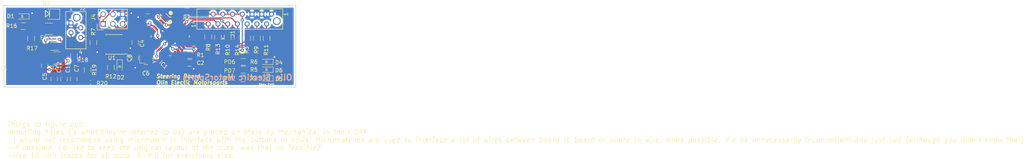
<source format=kicad_pcb>
(kicad_pcb (version 20171130) (host pcbnew 5.0.0-fee4fd1~66~ubuntu18.04.1)

  (general
    (thickness 1.6)
    (drawings 11)
    (tracks 371)
    (zones 0)
    (modules 44)
    (nets 50)
  )

  (page A4)
  (layers
    (0 F.Cu signal)
    (31 B.Cu signal hide)
    (32 B.Adhes user)
    (33 F.Adhes user)
    (34 B.Paste user)
    (35 F.Paste user)
    (36 B.SilkS user hide)
    (37 F.SilkS user)
    (38 B.Mask user)
    (39 F.Mask user hide)
    (40 Dwgs.User user)
    (41 Cmts.User user)
    (42 Eco1.User user)
    (43 Eco2.User user)
    (44 Edge.Cuts user)
    (45 Margin user)
    (46 B.CrtYd user)
    (47 F.CrtYd user)
    (48 B.Fab user)
    (49 F.Fab user)
  )

  (setup
    (last_trace_width 0.25)
    (user_trace_width 0.1524)
    (trace_clearance 0.2)
    (zone_clearance 0.254)
    (zone_45_only no)
    (trace_min 0.1524)
    (segment_width 0.2)
    (edge_width 0.15)
    (via_size 0.8)
    (via_drill 0.4)
    (via_min_size 0.4)
    (via_min_drill 0.3)
    (uvia_size 0.3)
    (uvia_drill 0.1)
    (uvias_allowed no)
    (uvia_min_size 0.2)
    (uvia_min_drill 0.1)
    (pcb_text_width 0.3)
    (pcb_text_size 1.5 1.5)
    (mod_edge_width 0.15)
    (mod_text_size 1 1)
    (mod_text_width 0.15)
    (pad_size 1.524 1.524)
    (pad_drill 0.762)
    (pad_to_mask_clearance 0.2)
    (aux_axis_origin 0 0)
    (visible_elements FFFFFF7F)
    (pcbplotparams
      (layerselection 0x010fc_ffffffff)
      (usegerberextensions false)
      (usegerberattributes false)
      (usegerberadvancedattributes false)
      (creategerberjobfile false)
      (excludeedgelayer true)
      (linewidth 0.100000)
      (plotframeref false)
      (viasonmask false)
      (mode 1)
      (useauxorigin false)
      (hpglpennumber 1)
      (hpglpenspeed 20)
      (hpglpendiameter 15.000000)
      (psnegative false)
      (psa4output false)
      (plotreference true)
      (plotvalue true)
      (plotinvisibletext false)
      (padsonsilk false)
      (subtractmaskfromsilk false)
      (outputformat 1)
      (mirror false)
      (drillshape 1)
      (scaleselection 1)
      (outputdirectory ""))
  )

  (net 0 "")
  (net 1 VCC)
  (net 2 GND)
  (net 3 "Net-(C2-Pad1)")
  (net 4 /12V_Fused)
  (net 5 "Net-(C5-Pad2)")
  (net 6 "Net-(C5-Pad1)")
  (net 7 "Net-(C6-Pad1)")
  (net 8 "Net-(C11-Pad1)")
  (net 9 "Net-(C8-Pad1)")
  (net 10 "Net-(D1-Pad2)")
  (net 11 "Net-(D2-Pad2)")
  (net 12 "Net-(D4-Pad2)")
  (net 13 "Net-(D5-Pad2)")
  (net 14 "Net-(D6-Pad2)")
  (net 15 +12V)
  (net 16 /MISO)
  (net 17 /MOSI)
  (net 18 "Net-(IC1-Pad3)")
  (net 19 /TXCAN)
  (net 20 /RXCAN)
  (net 21 /P_LED_1)
  (net 22 /P_LED_2)
  (net 23 /SCK)
  (net 24 "Net-(IC1-Pad13)")
  (net 25 /P_LED_3)
  (net 26 "Net-(IC1-Pad17)")
  (net 27 "Net-(IC1-Pad18)")
  (net 28 "Net-(IC1-Pad21)")
  (net 29 /LED_Driver1)
  (net 30 /LED_Driver2)
  (net 31 /LED_Driver3)
  (net 32 "Net-(IC1-Pad25)")
  (net 33 /B1_In)
  (net 34 /B3_In)
  (net 35 /B2_In)
  (net 36 /B4_In)
  (net 37 "Net-(IC1-Pad30)")
  (net 38 /RESET)
  (net 39 "Net-(IC1-Pad32)")
  (net 40 /LED1_Out)
  (net 41 /LED2_Out)
  (net 42 /LED3_Out)
  (net 43 /CANH)
  (net 44 /CANL)
  (net 45 "Net-(R17-Pad1)")
  (net 46 "Net-(R18-Pad1)")
  (net 47 "Net-(U1-Pad5)")
  (net 48 "Net-(IC1-Pad8)")
  (net 49 "Net-(IC1-Pad9)")

  (net_class Default "This is the default net class."
    (clearance 0.2)
    (trace_width 0.25)
    (via_dia 0.8)
    (via_drill 0.4)
    (uvia_dia 0.3)
    (uvia_drill 0.1)
    (add_net +12V)
    (add_net /12V_Fused)
    (add_net /B1_In)
    (add_net /B2_In)
    (add_net /B3_In)
    (add_net /B4_In)
    (add_net /CANH)
    (add_net /CANL)
    (add_net /LED1_Out)
    (add_net /LED2_Out)
    (add_net /LED3_Out)
    (add_net /LED_Driver1)
    (add_net /LED_Driver2)
    (add_net /LED_Driver3)
    (add_net /MISO)
    (add_net /MOSI)
    (add_net /P_LED_1)
    (add_net /P_LED_2)
    (add_net /P_LED_3)
    (add_net /RESET)
    (add_net /RXCAN)
    (add_net /SCK)
    (add_net /TXCAN)
    (add_net GND)
    (add_net "Net-(C11-Pad1)")
    (add_net "Net-(C2-Pad1)")
    (add_net "Net-(C5-Pad1)")
    (add_net "Net-(C5-Pad2)")
    (add_net "Net-(C6-Pad1)")
    (add_net "Net-(C8-Pad1)")
    (add_net "Net-(D1-Pad2)")
    (add_net "Net-(D2-Pad2)")
    (add_net "Net-(D4-Pad2)")
    (add_net "Net-(D5-Pad2)")
    (add_net "Net-(D6-Pad2)")
    (add_net "Net-(IC1-Pad13)")
    (add_net "Net-(IC1-Pad17)")
    (add_net "Net-(IC1-Pad18)")
    (add_net "Net-(IC1-Pad21)")
    (add_net "Net-(IC1-Pad25)")
    (add_net "Net-(IC1-Pad3)")
    (add_net "Net-(IC1-Pad30)")
    (add_net "Net-(IC1-Pad32)")
    (add_net "Net-(IC1-Pad8)")
    (add_net "Net-(IC1-Pad9)")
    (add_net "Net-(R17-Pad1)")
    (add_net "Net-(R18-Pad1)")
    (add_net "Net-(U1-Pad5)")
    (add_net VCC)
  )

  (module footprints:R_0805_OEM (layer F.Cu) (tedit 59F25131) (tstamp 5C0CC5BE)
    (at 157.48 77.216 180)
    (descr "Resistor SMD 0805, reflow soldering, Vishay (see dcrcw.pdf)")
    (tags "resistor 0805")
    (path /59E06840)
    (attr smd)
    (fp_text reference R1 (at -2.794 0) (layer F.SilkS)
      (effects (font (size 1 1) (thickness 0.15)))
    )
    (fp_text value R_100 (at 0 1.75 180) (layer F.Fab) hide
      (effects (font (size 1 1) (thickness 0.15)))
    )
    (fp_line (start -1 0.62) (end -1 -0.62) (layer F.Fab) (width 0.1))
    (fp_line (start 1 0.62) (end -1 0.62) (layer F.Fab) (width 0.1))
    (fp_line (start 1 -0.62) (end 1 0.62) (layer F.Fab) (width 0.1))
    (fp_line (start -1 -0.62) (end 1 -0.62) (layer F.Fab) (width 0.1))
    (fp_line (start 0.6 0.88) (end -0.6 0.88) (layer F.SilkS) (width 0.12))
    (fp_line (start -0.6 -0.88) (end 0.6 -0.88) (layer F.SilkS) (width 0.12))
    (fp_line (start -1.55 -0.9) (end 1.55 -0.9) (layer F.CrtYd) (width 0.05))
    (fp_line (start -1.55 -0.9) (end -1.55 0.9) (layer F.CrtYd) (width 0.05))
    (fp_line (start 1.55 0.9) (end 1.55 -0.9) (layer F.CrtYd) (width 0.05))
    (fp_line (start 1.55 0.9) (end -1.55 0.9) (layer F.CrtYd) (width 0.05))
    (pad 1 smd rect (at -0.95 0 180) (size 0.7 1.3) (layers F.Cu F.Paste F.Mask)
      (net 1 VCC))
    (pad 2 smd rect (at 0.95 0 180) (size 0.7 1.3) (layers F.Cu F.Paste F.Mask)
      (net 3 "Net-(C2-Pad1)"))
    (model "/home/josh/Formula/OEM_Preferred_Parts/3DModels/WRL Files/res0805.wrl"
      (at (xyz 0 0 0))
      (scale (xyz 1 1 1))
      (rotate (xyz 0 0 0))
    )
  )

  (module footprints:C_0805_OEM (layer F.Cu) (tedit 59F250E7) (tstamp 5C0CC44E)
    (at 146.034 80.518 180)
    (descr "Capacitor SMD 0805, reflow soldering, AVX (see smccp.pdf)")
    (tags "capacitor 0805")
    (path /59E06F43)
    (attr smd)
    (fp_text reference C6 (at 0 -1.5 180) (layer F.SilkS)
      (effects (font (size 1 1) (thickness 0.15)))
    )
    (fp_text value C_30pF (at 0 1.75 180) (layer F.Fab) hide
      (effects (font (size 1 1) (thickness 0.15)))
    )
    (fp_line (start -1 0.62) (end -1 -0.62) (layer F.Fab) (width 0.1))
    (fp_line (start 1 0.62) (end -1 0.62) (layer F.Fab) (width 0.1))
    (fp_line (start 1 -0.62) (end 1 0.62) (layer F.Fab) (width 0.1))
    (fp_line (start -1 -0.62) (end 1 -0.62) (layer F.Fab) (width 0.1))
    (fp_line (start 0.5 -0.85) (end -0.5 -0.85) (layer F.SilkS) (width 0.12))
    (fp_line (start -0.5 0.85) (end 0.5 0.85) (layer F.SilkS) (width 0.12))
    (fp_line (start -1.75 -0.88) (end 1.75 -0.88) (layer F.CrtYd) (width 0.05))
    (fp_line (start -1.75 -0.88) (end -1.75 0.87) (layer F.CrtYd) (width 0.05))
    (fp_line (start 1.75 0.87) (end 1.75 -0.88) (layer F.CrtYd) (width 0.05))
    (fp_line (start 1.75 0.87) (end -1.75 0.87) (layer F.CrtYd) (width 0.05))
    (pad 1 smd rect (at -1 0 180) (size 1 1.25) (layers F.Cu F.Paste F.Mask)
      (net 7 "Net-(C6-Pad1)"))
    (pad 2 smd rect (at 1 0 180) (size 1 1.25) (layers F.Cu F.Paste F.Mask)
      (net 2 GND))
    (model /home/josh/Formula/OEM_Preferred_Parts/3DModels/C_0805_OEM/C_0805.wrl
      (at (xyz 0 0 0))
      (scale (xyz 1 1 1))
      (rotate (xyz 0 0 0))
    )
  )

  (module footprints:C_0805_OEM (layer F.Cu) (tedit 59F250E7) (tstamp 5C0CC45E)
    (at 127.197844 83.448992 90)
    (descr "Capacitor SMD 0805, reflow soldering, AVX (see smccp.pdf)")
    (tags "capacitor 0805")
    (path /59E0494E)
    (attr smd)
    (fp_text reference C7 (at 2.778 0.762 90) (layer F.SilkS)
      (effects (font (size 1 1) (thickness 0.15)))
    )
    (fp_text value C_47uF (at 0 1.75 90) (layer F.Fab) hide
      (effects (font (size 1 1) (thickness 0.15)))
    )
    (fp_line (start -1 0.62) (end -1 -0.62) (layer F.Fab) (width 0.1))
    (fp_line (start 1 0.62) (end -1 0.62) (layer F.Fab) (width 0.1))
    (fp_line (start 1 -0.62) (end 1 0.62) (layer F.Fab) (width 0.1))
    (fp_line (start -1 -0.62) (end 1 -0.62) (layer F.Fab) (width 0.1))
    (fp_line (start 0.5 -0.85) (end -0.5 -0.85) (layer F.SilkS) (width 0.12))
    (fp_line (start -0.5 0.85) (end 0.5 0.85) (layer F.SilkS) (width 0.12))
    (fp_line (start -1.75 -0.88) (end 1.75 -0.88) (layer F.CrtYd) (width 0.05))
    (fp_line (start -1.75 -0.88) (end -1.75 0.87) (layer F.CrtYd) (width 0.05))
    (fp_line (start 1.75 0.87) (end 1.75 -0.88) (layer F.CrtYd) (width 0.05))
    (fp_line (start 1.75 0.87) (end -1.75 0.87) (layer F.CrtYd) (width 0.05))
    (pad 1 smd rect (at -1 0 90) (size 1 1.25) (layers F.Cu F.Paste F.Mask)
      (net 8 "Net-(C11-Pad1)"))
    (pad 2 smd rect (at 1 0 90) (size 1 1.25) (layers F.Cu F.Paste F.Mask)
      (net 2 GND))
    (model /home/josh/Formula/OEM_Preferred_Parts/3DModels/C_0805_OEM/C_0805.wrl
      (at (xyz 0 0 0))
      (scale (xyz 1 1 1))
      (rotate (xyz 0 0 0))
    )
  )

  (module footprints:Crystal_SMD_FA238 (layer F.Cu) (tedit 59F247A7) (tstamp 5C0CC722)
    (at 146.012 77.3 90)
    (descr "crystal Epson Toyocom FA-238 series http://www.mouser.com/ds/2/137/1721499-465440.pdf, hand-soldering, 3.2x2.5mm^2 package")
    (tags "SMD SMT crystal hand-soldering")
    (path /59E10C38)
    (attr smd)
    (fp_text reference Y1 (at -1.186 2.324 90) (layer F.SilkS)
      (effects (font (size 1 1) (thickness 0.15)))
    )
    (fp_text value Crystal_SMD (at 0.0762 2.42316 90) (layer F.Fab) hide
      (effects (font (size 1 1) (thickness 0.15)))
    )
    (fp_line (start -2 -1.6) (end 0 -1.6) (layer F.SilkS) (width 0.1))
    (fp_line (start -2 -1.6) (end -2 0) (layer F.SilkS) (width 0.1))
    (fp_line (start -1.5 -1.25) (end 1.5 -1.25) (layer F.Fab) (width 0.1))
    (fp_line (start 1.5 -1.25) (end 1.6 -1.15) (layer F.Fab) (width 0.1))
    (fp_line (start 1.6 -1.15) (end 1.6 1.15) (layer F.Fab) (width 0.1))
    (fp_line (start 1.6 1.15) (end 1.5 1.25) (layer F.Fab) (width 0.1))
    (fp_line (start 1.5 1.25) (end -1.5 1.25) (layer F.Fab) (width 0.1))
    (fp_line (start -1.5 1.25) (end -1.6 1.15) (layer F.Fab) (width 0.1))
    (fp_line (start -1.6 1.15) (end -1.6 -1.15) (layer F.Fab) (width 0.1))
    (fp_line (start -1.6 -1.15) (end -1.5 -1.25) (layer F.Fab) (width 0.1))
    (pad 1 smd rect (at -1.1 0.8 90) (size 1.4 1.2) (layers F.Cu F.Mask)
      (net 7 "Net-(C6-Pad1)"))
    (pad 2 smd rect (at 1.1 0.8 90) (size 1.4 1.2) (layers F.Cu F.Mask)
      (net 2 GND))
    (pad 3 smd rect (at 1.1 -0.8 90) (size 1.4 1.2) (layers F.Cu F.Mask)
      (net 9 "Net-(C8-Pad1)"))
    (pad 4 smd rect (at -1.1 -0.8 90) (size 1.4 1.2) (layers F.Cu F.Mask)
      (net 2 GND))
    (model Crystals.3dshapes/Crystal_SMD_SeikoEpson_FA238-4pin_3.2x2.5mm_HandSoldering.wrl
      (at (xyz 0 0 0))
      (scale (xyz 0.24 0.24 0.24))
      (rotate (xyz 0 0 0))
    )
  )

  (module footprints:R_0805_OEM (layer F.Cu) (tedit 59F25131) (tstamp 5C0CC67E)
    (at 164.846 72.578 270)
    (descr "Resistor SMD 0805, reflow soldering, Vishay (see dcrcw.pdf)")
    (tags "resistor 0805")
    (path /5BF1809A)
    (attr smd)
    (fp_text reference R13 (at 3.114 0 270) (layer F.SilkS)
      (effects (font (size 1 1) (thickness 0.15)))
    )
    (fp_text value R_1M (at 0 1.75 270) (layer F.Fab) hide
      (effects (font (size 1 1) (thickness 0.15)))
    )
    (fp_line (start -1 0.62) (end -1 -0.62) (layer F.Fab) (width 0.1))
    (fp_line (start 1 0.62) (end -1 0.62) (layer F.Fab) (width 0.1))
    (fp_line (start 1 -0.62) (end 1 0.62) (layer F.Fab) (width 0.1))
    (fp_line (start -1 -0.62) (end 1 -0.62) (layer F.Fab) (width 0.1))
    (fp_line (start 0.6 0.88) (end -0.6 0.88) (layer F.SilkS) (width 0.12))
    (fp_line (start -0.6 -0.88) (end 0.6 -0.88) (layer F.SilkS) (width 0.12))
    (fp_line (start -1.55 -0.9) (end 1.55 -0.9) (layer F.CrtYd) (width 0.05))
    (fp_line (start -1.55 -0.9) (end -1.55 0.9) (layer F.CrtYd) (width 0.05))
    (fp_line (start 1.55 0.9) (end 1.55 -0.9) (layer F.CrtYd) (width 0.05))
    (fp_line (start 1.55 0.9) (end -1.55 0.9) (layer F.CrtYd) (width 0.05))
    (pad 1 smd rect (at -0.95 0 270) (size 0.7 1.3) (layers F.Cu F.Paste F.Mask)
      (net 35 /B2_In))
    (pad 2 smd rect (at 0.95 0 270) (size 0.7 1.3) (layers F.Cu F.Paste F.Mask)
      (net 2 GND))
    (model "/home/josh/Formula/OEM_Preferred_Parts/3DModels/WRL Files/res0805.wrl"
      (at (xyz 0 0 0))
      (scale (xyz 1 1 1))
      (rotate (xyz 0 0 0))
    )
  )

  (module footprints:micromatch_female_vert_4 (layer F.Cu) (tedit 5A7726AD) (tstamp 5C0CC591)
    (at 126.492 73.914)
    (path /5BF45C9A)
    (fp_text reference J2 (at 3.048 -8.89) (layer F.SilkS)
      (effects (font (size 1 1) (thickness 0.15)))
    )
    (fp_text value MM_F_VT_04 (at 6.35 -1.27 90) (layer F.Fab) hide
      (effects (font (size 1 1) (thickness 0.15)))
    )
    (fp_line (start 3.92 1.67) (end 3.92 -8.02) (layer F.SilkS) (width 0.15))
    (fp_line (start -1.38 1.67) (end -1.38 -8.02) (layer F.SilkS) (width 0.15))
    (fp_line (start -1.38 -8.02) (end 3.92 -8.02) (layer F.SilkS) (width 0.15))
    (fp_line (start -1.38 1.67) (end 3.92 1.67) (layer F.SilkS) (width 0.15))
    (fp_text user 1 (at 0 -8.89) (layer F.SilkS)
      (effects (font (size 1 1) (thickness 0.15)))
    )
    (fp_text user 4 (at 2.54 2.54) (layer F.SilkS)
      (effects (font (size 1 1) (thickness 0.15)))
    )
    (pad 5 thru_hole circle (at 1.5 -6.48) (size 2 2) (drill 1.5) (layers *.Cu *.Mask))
    (pad 4 thru_hole circle (at 2.54 -1.27) (size 1.3 1.3) (drill 0.8) (layers *.Cu *.Mask)
      (net 44 /CANL))
    (pad 2 thru_hole circle (at 2.54 -3.81) (size 1.3 1.3) (drill 0.8) (layers *.Cu *.Mask)
      (net 15 +12V))
    (pad 1 thru_hole circle (at 0 -5.08) (size 1.3 1.3) (drill 0.8) (layers *.Cu *.Mask)
      (net 2 GND))
    (pad 3 thru_hole circle (at 0 -2.54) (size 1.3 1.3) (drill 0.8) (layers *.Cu *.Mask)
      (net 43 /CANH))
  )

  (module footprints:R_0805_OEM (layer F.Cu) (tedit 59F25131) (tstamp 5C0CC6CE)
    (at 130.81 81.092 90)
    (descr "Resistor SMD 0805, reflow soldering, Vishay (see dcrcw.pdf)")
    (tags "resistor 0805")
    (path /5BC63ED3)
    (attr smd)
    (fp_text reference R19 (at 0 1.778 90) (layer F.SilkS)
      (effects (font (size 1 1) (thickness 0.15)))
    )
    (fp_text value R_51.1K (at 0 1.75 90) (layer F.Fab) hide
      (effects (font (size 1 1) (thickness 0.15)))
    )
    (fp_line (start 1.55 0.9) (end -1.55 0.9) (layer F.CrtYd) (width 0.05))
    (fp_line (start 1.55 0.9) (end 1.55 -0.9) (layer F.CrtYd) (width 0.05))
    (fp_line (start -1.55 -0.9) (end -1.55 0.9) (layer F.CrtYd) (width 0.05))
    (fp_line (start -1.55 -0.9) (end 1.55 -0.9) (layer F.CrtYd) (width 0.05))
    (fp_line (start -0.6 -0.88) (end 0.6 -0.88) (layer F.SilkS) (width 0.12))
    (fp_line (start 0.6 0.88) (end -0.6 0.88) (layer F.SilkS) (width 0.12))
    (fp_line (start -1 -0.62) (end 1 -0.62) (layer F.Fab) (width 0.1))
    (fp_line (start 1 -0.62) (end 1 0.62) (layer F.Fab) (width 0.1))
    (fp_line (start 1 0.62) (end -1 0.62) (layer F.Fab) (width 0.1))
    (fp_line (start -1 0.62) (end -1 -0.62) (layer F.Fab) (width 0.1))
    (pad 2 smd rect (at 0.95 0 90) (size 0.7 1.3) (layers F.Cu F.Paste F.Mask)
      (net 46 "Net-(R18-Pad1)"))
    (pad 1 smd rect (at -0.95 0 90) (size 0.7 1.3) (layers F.Cu F.Paste F.Mask)
      (net 8 "Net-(C11-Pad1)"))
    (model "/home/josh/Formula/OEM_Preferred_Parts/3DModels/WRL Files/res0805.wrl"
      (at (xyz 0 0 0))
      (scale (xyz 1 1 1))
      (rotate (xyz 0 0 0))
    )
  )

  (module footprints:R_0805_OEM (layer F.Cu) (tedit 59F25131) (tstamp 5C0CC69E)
    (at 114.082386 69.660148 180)
    (descr "Resistor SMD 0805, reflow soldering, Vishay (see dcrcw.pdf)")
    (tags "resistor 0805")
    (path /5BC64FE9)
    (attr smd)
    (fp_text reference R16 (at 3.084386 0.064148) (layer F.SilkS)
      (effects (font (size 1 1) (thickness 0.15)))
    )
    (fp_text value R_1K (at 0 1.75 180) (layer F.Fab) hide
      (effects (font (size 1 1) (thickness 0.15)))
    )
    (fp_line (start -1 0.62) (end -1 -0.62) (layer F.Fab) (width 0.1))
    (fp_line (start 1 0.62) (end -1 0.62) (layer F.Fab) (width 0.1))
    (fp_line (start 1 -0.62) (end 1 0.62) (layer F.Fab) (width 0.1))
    (fp_line (start -1 -0.62) (end 1 -0.62) (layer F.Fab) (width 0.1))
    (fp_line (start 0.6 0.88) (end -0.6 0.88) (layer F.SilkS) (width 0.12))
    (fp_line (start -0.6 -0.88) (end 0.6 -0.88) (layer F.SilkS) (width 0.12))
    (fp_line (start -1.55 -0.9) (end 1.55 -0.9) (layer F.CrtYd) (width 0.05))
    (fp_line (start -1.55 -0.9) (end -1.55 0.9) (layer F.CrtYd) (width 0.05))
    (fp_line (start 1.55 0.9) (end 1.55 -0.9) (layer F.CrtYd) (width 0.05))
    (fp_line (start 1.55 0.9) (end -1.55 0.9) (layer F.CrtYd) (width 0.05))
    (pad 1 smd rect (at -0.95 0 180) (size 0.7 1.3) (layers F.Cu F.Paste F.Mask)
      (net 4 /12V_Fused))
    (pad 2 smd rect (at 0.95 0 180) (size 0.7 1.3) (layers F.Cu F.Paste F.Mask)
      (net 10 "Net-(D1-Pad2)"))
    (model "/home/josh/Formula/OEM_Preferred_Parts/3DModels/WRL Files/res0805.wrl"
      (at (xyz 0 0 0))
      (scale (xyz 1 1 1))
      (rotate (xyz 0 0 0))
    )
  )

  (module footprints:R_0805_OEM (layer F.Cu) (tedit 59F25131) (tstamp 5C0CC6BE)
    (at 127.254 77.47 90)
    (descr "Resistor SMD 0805, reflow soldering, Vishay (see dcrcw.pdf)")
    (tags "resistor 0805")
    (path /5BC64286)
    (attr smd)
    (fp_text reference R18 (at -1.016 2.286 180) (layer F.SilkS)
      (effects (font (size 1 1) (thickness 0.15)))
    )
    (fp_text value R_10K (at 0 1.75 90) (layer F.Fab) hide
      (effects (font (size 1 1) (thickness 0.15)))
    )
    (fp_line (start 1.55 0.9) (end -1.55 0.9) (layer F.CrtYd) (width 0.05))
    (fp_line (start 1.55 0.9) (end 1.55 -0.9) (layer F.CrtYd) (width 0.05))
    (fp_line (start -1.55 -0.9) (end -1.55 0.9) (layer F.CrtYd) (width 0.05))
    (fp_line (start -1.55 -0.9) (end 1.55 -0.9) (layer F.CrtYd) (width 0.05))
    (fp_line (start -0.6 -0.88) (end 0.6 -0.88) (layer F.SilkS) (width 0.12))
    (fp_line (start 0.6 0.88) (end -0.6 0.88) (layer F.SilkS) (width 0.12))
    (fp_line (start -1 -0.62) (end 1 -0.62) (layer F.Fab) (width 0.1))
    (fp_line (start 1 -0.62) (end 1 0.62) (layer F.Fab) (width 0.1))
    (fp_line (start 1 0.62) (end -1 0.62) (layer F.Fab) (width 0.1))
    (fp_line (start -1 0.62) (end -1 -0.62) (layer F.Fab) (width 0.1))
    (pad 2 smd rect (at 0.95 0 90) (size 0.7 1.3) (layers F.Cu F.Paste F.Mask)
      (net 2 GND))
    (pad 1 smd rect (at -0.95 0 90) (size 0.7 1.3) (layers F.Cu F.Paste F.Mask)
      (net 46 "Net-(R18-Pad1)"))
    (model "/home/josh/Formula/OEM_Preferred_Parts/3DModels/WRL Files/res0805.wrl"
      (at (xyz 0 0 0))
      (scale (xyz 1 1 1))
      (rotate (xyz 0 0 0))
    )
  )

  (module footprints:R_0805_OEM (layer F.Cu) (tedit 59F25131) (tstamp 5C0CC63E)
    (at 175.006 72.832 270)
    (descr "Resistor SMD 0805, reflow soldering, Vishay (see dcrcw.pdf)")
    (tags "resistor 0805")
    (path /5BE93A26)
    (attr smd)
    (fp_text reference R9 (at 3.048 0.128 270) (layer F.SilkS)
      (effects (font (size 1 1) (thickness 0.15)))
    )
    (fp_text value R_200 (at 0 1.75 270) (layer F.Fab) hide
      (effects (font (size 1 1) (thickness 0.15)))
    )
    (fp_line (start -1 0.62) (end -1 -0.62) (layer F.Fab) (width 0.1))
    (fp_line (start 1 0.62) (end -1 0.62) (layer F.Fab) (width 0.1))
    (fp_line (start 1 -0.62) (end 1 0.62) (layer F.Fab) (width 0.1))
    (fp_line (start -1 -0.62) (end 1 -0.62) (layer F.Fab) (width 0.1))
    (fp_line (start 0.6 0.88) (end -0.6 0.88) (layer F.SilkS) (width 0.12))
    (fp_line (start -0.6 -0.88) (end 0.6 -0.88) (layer F.SilkS) (width 0.12))
    (fp_line (start -1.55 -0.9) (end 1.55 -0.9) (layer F.CrtYd) (width 0.05))
    (fp_line (start -1.55 -0.9) (end -1.55 0.9) (layer F.CrtYd) (width 0.05))
    (fp_line (start 1.55 0.9) (end 1.55 -0.9) (layer F.CrtYd) (width 0.05))
    (fp_line (start 1.55 0.9) (end -1.55 0.9) (layer F.CrtYd) (width 0.05))
    (pad 1 smd rect (at -0.95 0 270) (size 0.7 1.3) (layers F.Cu F.Paste F.Mask)
      (net 41 /LED2_Out))
    (pad 2 smd rect (at 0.95 0 270) (size 0.7 1.3) (layers F.Cu F.Paste F.Mask)
      (net 30 /LED_Driver2))
    (model "/home/josh/Formula/OEM_Preferred_Parts/3DModels/WRL Files/res0805.wrl"
      (at (xyz 0 0 0))
      (scale (xyz 1 1 1))
      (rotate (xyz 0 0 0))
    )
  )

  (module footprints:LED_0805_OEM (layer F.Cu) (tedit 5A5B129D) (tstamp 5C0CC50B)
    (at 177.462 81.026 180)
    (descr "LED 0805 smd package")
    (tags "LED led 0805 SMD smd SMT smt smdled SMDLED smtled SMTLED")
    (path /59EE66CC)
    (attr smd)
    (fp_text reference D6 (at -3.302 -0.18 180) (layer F.SilkS)
      (effects (font (size 1 1) (thickness 0.15)))
    )
    (fp_text value LED_0805 (at 0.508 2.032 180) (layer F.Fab) hide
      (effects (font (size 1 1) (thickness 0.15)))
    )
    (fp_line (start -0.2 0.35) (end -0.2 0) (layer F.SilkS) (width 0.1))
    (fp_line (start -0.2 0) (end -0.2 -0.35) (layer F.SilkS) (width 0.1))
    (fp_line (start 0.15 0.35) (end -0.2 0) (layer F.SilkS) (width 0.1))
    (fp_line (start 0.15 0.3) (end 0.15 0.35) (layer F.SilkS) (width 0.1))
    (fp_line (start 0.15 0.35) (end 0.15 0.3) (layer F.SilkS) (width 0.1))
    (fp_line (start 0.15 -0.35) (end 0.15 0.3) (layer F.SilkS) (width 0.1))
    (fp_line (start 0.1 -0.3) (end 0.15 -0.35) (layer F.SilkS) (width 0.1))
    (fp_line (start -0.2 0) (end 0.1 -0.3) (layer F.SilkS) (width 0.1))
    (fp_line (start -1.8 -0.7) (end -1.8 0.7) (layer F.SilkS) (width 0.12))
    (fp_line (start 1 0.6) (end -1 0.6) (layer F.Fab) (width 0.1))
    (fp_line (start 1 -0.6) (end 1 0.6) (layer F.Fab) (width 0.1))
    (fp_line (start -1 -0.6) (end 1 -0.6) (layer F.Fab) (width 0.1))
    (fp_line (start -1 0.6) (end -1 -0.6) (layer F.Fab) (width 0.1))
    (fp_line (start -1.8 0.7) (end 1 0.7) (layer F.SilkS) (width 0.12))
    (fp_line (start -1.8 -0.7) (end 1 -0.7) (layer F.SilkS) (width 0.12))
    (fp_line (start 1.95 -0.85) (end 1.95 0.85) (layer F.CrtYd) (width 0.05))
    (fp_line (start 1.95 0.85) (end -1.95 0.85) (layer F.CrtYd) (width 0.05))
    (fp_line (start -1.95 0.85) (end -1.95 -0.85) (layer F.CrtYd) (width 0.05))
    (fp_line (start -1.95 -0.85) (end 1.95 -0.85) (layer F.CrtYd) (width 0.05))
    (pad 2 smd rect (at 1.1 0) (size 1.2 1.2) (layers F.Cu F.Paste F.Mask)
      (net 14 "Net-(D6-Pad2)"))
    (pad 1 smd rect (at -1.1 0) (size 1.2 1.2) (layers F.Cu F.Paste F.Mask)
      (net 2 GND))
    (model "/home/josh/Formula/OEM_Preferred_Parts/3DModels/LED_0805/LED 0805 Base GREEN001_sp.wrl"
      (at (xyz 0 0 0))
      (scale (xyz 1 1 1))
      (rotate (xyz 0 0 180))
    )
  )

  (module footprints:SOIC-8_3.9x4.9mm_Pitch1.27mm_OEM (layer F.Cu) (tedit 59F25ACD) (tstamp 5C0CC6FB)
    (at 137.668 74.422 180)
    (descr "8-Lead Plastic Small Outline (SN) - Narrow, 3.90 mm Body [SOIC] (see Microchip Packaging Specification 00000049BS.pdf)")
    (tags "SOIC 1.27")
    (path /5BC8E2BD)
    (attr smd)
    (fp_text reference U1 (at 0.508 -3.5 180) (layer F.SilkS)
      (effects (font (size 1 1) (thickness 0.15)))
    )
    (fp_text value MCP2561-E_SN (at 0 3.5 180) (layer F.Fab) hide
      (effects (font (size 1 1) (thickness 0.15)))
    )
    (fp_line (start -0.95 -2.45) (end 1.95 -2.45) (layer F.Fab) (width 0.1))
    (fp_line (start 1.95 -2.45) (end 1.95 2.45) (layer F.Fab) (width 0.1))
    (fp_line (start 1.95 2.45) (end -1.95 2.45) (layer F.Fab) (width 0.1))
    (fp_line (start -1.95 2.45) (end -1.95 -1.45) (layer F.Fab) (width 0.1))
    (fp_line (start -1.95 -1.45) (end -0.95 -2.45) (layer F.Fab) (width 0.1))
    (fp_line (start -3.73 -2.7) (end -3.73 2.7) (layer F.CrtYd) (width 0.05))
    (fp_line (start 3.73 -2.7) (end 3.73 2.7) (layer F.CrtYd) (width 0.05))
    (fp_line (start -3.73 -2.7) (end 3.73 -2.7) (layer F.CrtYd) (width 0.05))
    (fp_line (start -3.73 2.7) (end 3.73 2.7) (layer F.CrtYd) (width 0.05))
    (fp_line (start -2.075 -2.575) (end -2.075 -2.525) (layer F.SilkS) (width 0.15))
    (fp_line (start 2.075 -2.575) (end 2.075 -2.43) (layer F.SilkS) (width 0.15))
    (fp_line (start 2.075 2.575) (end 2.075 2.43) (layer F.SilkS) (width 0.15))
    (fp_line (start -2.075 2.575) (end -2.075 2.43) (layer F.SilkS) (width 0.15))
    (fp_line (start -2.075 -2.575) (end 2.075 -2.575) (layer F.SilkS) (width 0.15))
    (fp_line (start -2.075 2.575) (end 2.075 2.575) (layer F.SilkS) (width 0.15))
    (fp_line (start -2.075 -2.525) (end -3.475 -2.525) (layer F.SilkS) (width 0.15))
    (pad 1 smd rect (at -2.7 -1.905 180) (size 1.55 0.6) (layers F.Cu F.Paste F.Mask)
      (net 19 /TXCAN))
    (pad 2 smd rect (at -2.7 -0.635 180) (size 1.55 0.6) (layers F.Cu F.Paste F.Mask)
      (net 2 GND))
    (pad 3 smd rect (at -2.7 0.635 180) (size 1.55 0.6) (layers F.Cu F.Paste F.Mask)
      (net 1 VCC))
    (pad 4 smd rect (at -2.7 1.905 180) (size 1.55 0.6) (layers F.Cu F.Paste F.Mask)
      (net 20 /RXCAN))
    (pad 5 smd rect (at 2.7 1.905 180) (size 1.55 0.6) (layers F.Cu F.Paste F.Mask)
      (net 47 "Net-(U1-Pad5)"))
    (pad 6 smd rect (at 2.7 0.635 180) (size 1.55 0.6) (layers F.Cu F.Paste F.Mask)
      (net 44 /CANL))
    (pad 7 smd rect (at 2.7 -0.635 180) (size 1.55 0.6) (layers F.Cu F.Paste F.Mask)
      (net 43 /CANH))
    (pad 8 smd rect (at 2.7 -1.905 180) (size 1.55 0.6) (layers F.Cu F.Paste F.Mask)
      (net 2 GND))
    (model ${KISYS3DMOD}/Housings_SOIC.3dshapes/SOIC-8_3.9x4.9mm_Pitch1.27mm.wrl
      (at (xyz 0 0 0))
      (scale (xyz 1 1 1))
      (rotate (xyz 0 0 0))
    )
  )

  (module footprints:DO-214AA (layer F.Cu) (tedit 5A59FDFB) (tstamp 5C0CC520)
    (at 120.396 66.548 180)
    (descr "http://www.diodes.com/datasheets/ap02001.pdf p.144")
    (tags "Diode SOD523")
    (path /59F253C2)
    (attr smd)
    (fp_text reference D7 (at 0.290386 2.858148 180) (layer F.SilkS)
      (effects (font (size 1 1) (thickness 0.15)))
    )
    (fp_text value D_Zener_18V (at 0 2.286 180) (layer F.Fab) hide
      (effects (font (size 1 1) (thickness 0.15)))
    )
    (fp_line (start 0.6 1) (end -0.5 0.1) (layer F.SilkS) (width 0.2))
    (fp_line (start 0.6 -0.7) (end 0.6 1) (layer F.SilkS) (width 0.2))
    (fp_line (start -0.5 0.1) (end 0.6 -0.7) (layer F.SilkS) (width 0.2))
    (fp_line (start -0.5 -0.7) (end -0.5 1) (layer F.SilkS) (width 0.2))
    (fp_line (start -3.175 -1.3335) (end -3.175 1.3335) (layer F.SilkS) (width 0.12))
    (fp_line (start 3.302 -1.4605) (end 3.302 1.4605) (layer F.CrtYd) (width 0.05))
    (fp_line (start -3.302 -1.4605) (end 3.302 -1.4605) (layer F.CrtYd) (width 0.05))
    (fp_line (start -3.302 -1.4605) (end -3.302 1.4605) (layer F.CrtYd) (width 0.05))
    (fp_line (start -3.302 1.4605) (end 3.302 1.4605) (layer F.CrtYd) (width 0.05))
    (fp_line (start 2.3749 -1.9685) (end 2.3749 1.9685) (layer F.Fab) (width 0.1))
    (fp_line (start -2.3749 -1.9685) (end 2.3749 -1.9685) (layer F.Fab) (width 0.1))
    (fp_line (start -2.3749 -1.9685) (end -2.3749 1.9685) (layer F.Fab) (width 0.1))
    (fp_line (start 2.3749 1.9685) (end -2.3749 1.9685) (layer F.Fab) (width 0.1))
    (fp_line (start -3.175 1.3335) (end 0 1.3335) (layer F.SilkS) (width 0.12))
    (fp_line (start -3.175 -1.3335) (end 0 -1.3335) (layer F.SilkS) (width 0.12))
    (pad 2 smd rect (at 2.032 0) (size 1.778 2.159) (layers F.Cu F.Paste F.Mask)
      (net 2 GND))
    (pad 1 smd rect (at -2.032 0) (size 1.778 2.159) (layers F.Cu F.Paste F.Mask)
      (net 15 +12V))
    (model /home/josh/Formula/OEM_Preferred_Parts/3DModels/DO_214AA_OEM/DO_214AA.wrl
      (at (xyz 0 0 0))
      (scale (xyz 1 1 1))
      (rotate (xyz 0 0 0))
    )
  )

  (module footprints:C_0805_OEM (layer F.Cu) (tedit 59F250E7) (tstamp 5C0CC3FE)
    (at 146.542 67.31 180)
    (descr "Capacitor SMD 0805, reflow soldering, AVX (see smccp.pdf)")
    (tags "capacitor 0805")
    (path /59E06957)
    (attr smd)
    (fp_text reference C1 (at -2.778 0 180) (layer F.SilkS)
      (effects (font (size 1 1) (thickness 0.15)))
    )
    (fp_text value C_0.1uF (at 0 1.75 180) (layer F.Fab) hide
      (effects (font (size 1 1) (thickness 0.15)))
    )
    (fp_line (start -1 0.62) (end -1 -0.62) (layer F.Fab) (width 0.1))
    (fp_line (start 1 0.62) (end -1 0.62) (layer F.Fab) (width 0.1))
    (fp_line (start 1 -0.62) (end 1 0.62) (layer F.Fab) (width 0.1))
    (fp_line (start -1 -0.62) (end 1 -0.62) (layer F.Fab) (width 0.1))
    (fp_line (start 0.5 -0.85) (end -0.5 -0.85) (layer F.SilkS) (width 0.12))
    (fp_line (start -0.5 0.85) (end 0.5 0.85) (layer F.SilkS) (width 0.12))
    (fp_line (start -1.75 -0.88) (end 1.75 -0.88) (layer F.CrtYd) (width 0.05))
    (fp_line (start -1.75 -0.88) (end -1.75 0.87) (layer F.CrtYd) (width 0.05))
    (fp_line (start 1.75 0.87) (end 1.75 -0.88) (layer F.CrtYd) (width 0.05))
    (fp_line (start 1.75 0.87) (end -1.75 0.87) (layer F.CrtYd) (width 0.05))
    (pad 1 smd rect (at -1 0 180) (size 1 1.25) (layers F.Cu F.Paste F.Mask)
      (net 1 VCC))
    (pad 2 smd rect (at 1 0 180) (size 1 1.25) (layers F.Cu F.Paste F.Mask)
      (net 2 GND))
    (model /home/josh/Formula/OEM_Preferred_Parts/3DModels/C_0805_OEM/C_0805.wrl
      (at (xyz 0 0 0))
      (scale (xyz 1 1 1))
      (rotate (xyz 0 0 0))
    )
  )

  (module footprints:R_0805_OEM (layer F.Cu) (tedit 59F25131) (tstamp 5C0CC68E)
    (at 169.926 72.578 270)
    (descr "Resistor SMD 0805, reflow soldering, Vishay (see dcrcw.pdf)")
    (tags "resistor 0805")
    (path /5BF1C8D9)
    (attr smd)
    (fp_text reference R14 (at 3.302 0 270) (layer F.SilkS)
      (effects (font (size 1 1) (thickness 0.15)))
    )
    (fp_text value R_1M (at 0 1.75 270) (layer F.Fab) hide
      (effects (font (size 1 1) (thickness 0.15)))
    )
    (fp_line (start 1.55 0.9) (end -1.55 0.9) (layer F.CrtYd) (width 0.05))
    (fp_line (start 1.55 0.9) (end 1.55 -0.9) (layer F.CrtYd) (width 0.05))
    (fp_line (start -1.55 -0.9) (end -1.55 0.9) (layer F.CrtYd) (width 0.05))
    (fp_line (start -1.55 -0.9) (end 1.55 -0.9) (layer F.CrtYd) (width 0.05))
    (fp_line (start -0.6 -0.88) (end 0.6 -0.88) (layer F.SilkS) (width 0.12))
    (fp_line (start 0.6 0.88) (end -0.6 0.88) (layer F.SilkS) (width 0.12))
    (fp_line (start -1 -0.62) (end 1 -0.62) (layer F.Fab) (width 0.1))
    (fp_line (start 1 -0.62) (end 1 0.62) (layer F.Fab) (width 0.1))
    (fp_line (start 1 0.62) (end -1 0.62) (layer F.Fab) (width 0.1))
    (fp_line (start -1 0.62) (end -1 -0.62) (layer F.Fab) (width 0.1))
    (pad 2 smd rect (at 0.95 0 270) (size 0.7 1.3) (layers F.Cu F.Paste F.Mask)
      (net 2 GND))
    (pad 1 smd rect (at -0.95 0 270) (size 0.7 1.3) (layers F.Cu F.Paste F.Mask)
      (net 36 /B4_In))
    (model "/home/josh/Formula/OEM_Preferred_Parts/3DModels/WRL Files/res0805.wrl"
      (at (xyz 0 0 0))
      (scale (xyz 1 1 1))
      (rotate (xyz 0 0 0))
    )
  )

  (module footprints:LED_0805_OEM (layer F.Cu) (tedit 5A5B129D) (tstamp 5C0CC4C0)
    (at 139.192 80.264 270)
    (descr "LED 0805 smd package")
    (tags "LED led 0805 SMD smd SMT smt smdled SMDLED smtled SMTLED")
    (path /59E0483A)
    (attr smd)
    (fp_text reference D2 (at 2.794 -0.254) (layer F.SilkS)
      (effects (font (size 1 1) (thickness 0.15)))
    )
    (fp_text value LED_0805 (at 0.508 2.032 270) (layer F.Fab) hide
      (effects (font (size 1 1) (thickness 0.15)))
    )
    (fp_line (start -1.95 -0.85) (end 1.95 -0.85) (layer F.CrtYd) (width 0.05))
    (fp_line (start -1.95 0.85) (end -1.95 -0.85) (layer F.CrtYd) (width 0.05))
    (fp_line (start 1.95 0.85) (end -1.95 0.85) (layer F.CrtYd) (width 0.05))
    (fp_line (start 1.95 -0.85) (end 1.95 0.85) (layer F.CrtYd) (width 0.05))
    (fp_line (start -1.8 -0.7) (end 1 -0.7) (layer F.SilkS) (width 0.12))
    (fp_line (start -1.8 0.7) (end 1 0.7) (layer F.SilkS) (width 0.12))
    (fp_line (start -1 0.6) (end -1 -0.6) (layer F.Fab) (width 0.1))
    (fp_line (start -1 -0.6) (end 1 -0.6) (layer F.Fab) (width 0.1))
    (fp_line (start 1 -0.6) (end 1 0.6) (layer F.Fab) (width 0.1))
    (fp_line (start 1 0.6) (end -1 0.6) (layer F.Fab) (width 0.1))
    (fp_line (start -1.8 -0.7) (end -1.8 0.7) (layer F.SilkS) (width 0.12))
    (fp_line (start -0.2 0) (end 0.1 -0.3) (layer F.SilkS) (width 0.1))
    (fp_line (start 0.1 -0.3) (end 0.15 -0.35) (layer F.SilkS) (width 0.1))
    (fp_line (start 0.15 -0.35) (end 0.15 0.3) (layer F.SilkS) (width 0.1))
    (fp_line (start 0.15 0.35) (end 0.15 0.3) (layer F.SilkS) (width 0.1))
    (fp_line (start 0.15 0.3) (end 0.15 0.35) (layer F.SilkS) (width 0.1))
    (fp_line (start 0.15 0.35) (end -0.2 0) (layer F.SilkS) (width 0.1))
    (fp_line (start -0.2 0) (end -0.2 -0.35) (layer F.SilkS) (width 0.1))
    (fp_line (start -0.2 0.35) (end -0.2 0) (layer F.SilkS) (width 0.1))
    (pad 1 smd rect (at -1.1 0 90) (size 1.2 1.2) (layers F.Cu F.Paste F.Mask)
      (net 2 GND))
    (pad 2 smd rect (at 1.1 0 90) (size 1.2 1.2) (layers F.Cu F.Paste F.Mask)
      (net 11 "Net-(D2-Pad2)"))
    (model "/home/josh/Formula/OEM_Preferred_Parts/3DModels/LED_0805/LED 0805 Base GREEN001_sp.wrl"
      (at (xyz 0 0 0))
      (scale (xyz 1 1 1))
      (rotate (xyz 0 0 180))
    )
  )

  (module footprints:TQFP-32_7x7mm_Pitch0.8mm (layer F.Cu) (tedit 59F24C0F) (tstamp 5C0CC569)
    (at 152.386047 72.318361 315)
    (descr "32-Lead Plastic Thin Quad Flatpack (PT) - 7x7x1.0 mm Body, 2.00 mm [TQFP] (see Microchip Packaging Specification 00000049BS.pdf)")
    (tags "QFP 0.8")
    (path /59E10948)
    (attr smd)
    (fp_text reference IC1 (at 4.011835 6.506575 315) (layer F.SilkS)
      (effects (font (size 1 1) (thickness 0.15)))
    )
    (fp_text value ATMEGA16M1 (at 0 6.05 315) (layer F.Fab) hide
      (effects (font (size 1 1) (thickness 0.15)))
    )
    (fp_circle (center -2.667 -2.6416) (end -2.667 -2.6924) (layer F.SilkS) (width 0.5))
    (fp_circle (center -4.2164 -4.394201) (end -4.2164 -4.445001) (layer F.SilkS) (width 0.5))
    (fp_text user %R (at 0 0 315) (layer F.Fab)
      (effects (font (size 1 1) (thickness 0.15)))
    )
    (fp_line (start -2.5 -3.5) (end 3.5 -3.5) (layer F.Fab) (width 0.15))
    (fp_line (start 3.5 -3.5) (end 3.5 3.5) (layer F.Fab) (width 0.15))
    (fp_line (start 3.5 3.5) (end -3.5 3.5) (layer F.Fab) (width 0.15))
    (fp_line (start -3.5 3.5) (end -3.5 -2.5) (layer F.Fab) (width 0.15))
    (fp_line (start -3.5 -2.5) (end -2.5 -3.5) (layer F.Fab) (width 0.15))
    (fp_line (start -5.3 -5.3) (end -5.3 5.3) (layer F.CrtYd) (width 0.05))
    (fp_line (start 5.3 -5.3) (end 5.3 5.3) (layer F.CrtYd) (width 0.05))
    (fp_line (start -5.3 -5.3) (end 5.3 -5.3) (layer F.CrtYd) (width 0.05))
    (fp_line (start -5.3 5.3) (end 5.3 5.3) (layer F.CrtYd) (width 0.05))
    (fp_line (start -3.625 -3.625) (end -3.625 -3.4) (layer F.SilkS) (width 0.15))
    (fp_line (start 3.625 -3.625) (end 3.625 -3.299999) (layer F.SilkS) (width 0.15))
    (fp_line (start 3.625 3.625) (end 3.625 3.299999) (layer F.SilkS) (width 0.15))
    (fp_line (start -3.625 3.625) (end -3.625 3.299999) (layer F.SilkS) (width 0.15))
    (fp_line (start -3.625 -3.625) (end -3.299999 -3.625) (layer F.SilkS) (width 0.15))
    (fp_line (start -3.625 3.625) (end -3.299999 3.625) (layer F.SilkS) (width 0.15))
    (fp_line (start 3.625 3.625) (end 3.299999 3.625) (layer F.SilkS) (width 0.15))
    (fp_line (start 3.625 -3.625) (end 3.299999 -3.625) (layer F.SilkS) (width 0.15))
    (fp_line (start -3.625 -3.4) (end -5.05 -3.4) (layer F.SilkS) (width 0.15))
    (pad 1 smd rect (at -4.25 -2.8 315) (size 1.6 0.55) (layers F.Cu F.Paste F.Mask)
      (net 16 /MISO))
    (pad 2 smd rect (at -4.25 -2 315) (size 1.6 0.55) (layers F.Cu F.Paste F.Mask)
      (net 17 /MOSI))
    (pad 3 smd rect (at -4.25 -1.2 315) (size 1.6 0.55) (layers F.Cu F.Paste F.Mask)
      (net 18 "Net-(IC1-Pad3)"))
    (pad 4 smd rect (at -4.25 -0.4 315) (size 1.6 0.55) (layers F.Cu F.Paste F.Mask)
      (net 1 VCC))
    (pad 5 smd rect (at -4.25 0.4 315) (size 1.6 0.55) (layers F.Cu F.Paste F.Mask)
      (net 2 GND))
    (pad 6 smd rect (at -4.25 1.2 315) (size 1.6 0.55) (layers F.Cu F.Paste F.Mask)
      (net 19 /TXCAN))
    (pad 7 smd rect (at -4.25 2 315) (size 1.6 0.55) (layers F.Cu F.Paste F.Mask)
      (net 20 /RXCAN))
    (pad 8 smd rect (at -4.25 2.8 315) (size 1.6 0.55) (layers F.Cu F.Paste F.Mask)
      (net 48 "Net-(IC1-Pad8)"))
    (pad 9 smd rect (at -2.8 4.25 45) (size 1.6 0.55) (layers F.Cu F.Paste F.Mask)
      (net 49 "Net-(IC1-Pad9)"))
    (pad 10 smd rect (at -2 4.25 45) (size 1.6 0.55) (layers F.Cu F.Paste F.Mask)
      (net 9 "Net-(C8-Pad1)"))
    (pad 11 smd rect (at -1.2 4.25 45) (size 1.6 0.55) (layers F.Cu F.Paste F.Mask)
      (net 7 "Net-(C6-Pad1)"))
    (pad 12 smd rect (at -0.4 4.25 45) (size 1.6 0.55) (layers F.Cu F.Paste F.Mask)
      (net 23 /SCK))
    (pad 13 smd rect (at 0.4 4.25 45) (size 1.6 0.55) (layers F.Cu F.Paste F.Mask)
      (net 24 "Net-(IC1-Pad13)"))
    (pad 14 smd rect (at 1.2 4.25 45) (size 1.6 0.55) (layers F.Cu F.Paste F.Mask)
      (net 21 /P_LED_1))
    (pad 15 smd rect (at 2 4.25 45) (size 1.6 0.55) (layers F.Cu F.Paste F.Mask)
      (net 22 /P_LED_2))
    (pad 16 smd rect (at 2.8 4.25 45) (size 1.6 0.55) (layers F.Cu F.Paste F.Mask)
      (net 25 /P_LED_3))
    (pad 17 smd rect (at 4.25 2.8 315) (size 1.6 0.55) (layers F.Cu F.Paste F.Mask)
      (net 26 "Net-(IC1-Pad17)"))
    (pad 18 smd rect (at 4.25 2 315) (size 1.6 0.55) (layers F.Cu F.Paste F.Mask)
      (net 27 "Net-(IC1-Pad18)"))
    (pad 19 smd rect (at 4.25 1.2 315) (size 1.6 0.55) (layers F.Cu F.Paste F.Mask)
      (net 3 "Net-(C2-Pad1)"))
    (pad 20 smd rect (at 4.25 0.4 315) (size 1.6 0.55) (layers F.Cu F.Paste F.Mask)
      (net 2 GND))
    (pad 21 smd rect (at 4.25 -0.4 315) (size 1.6 0.55) (layers F.Cu F.Paste F.Mask)
      (net 28 "Net-(IC1-Pad21)"))
    (pad 22 smd rect (at 4.25 -1.2 315) (size 1.6 0.55) (layers F.Cu F.Paste F.Mask)
      (net 31 /LED_Driver3))
    (pad 23 smd rect (at 4.25 -2 315) (size 1.6 0.55) (layers F.Cu F.Paste F.Mask)
      (net 30 /LED_Driver2))
    (pad 24 smd rect (at 4.25 -2.8 315) (size 1.6 0.55) (layers F.Cu F.Paste F.Mask)
      (net 29 /LED_Driver1))
    (pad 25 smd rect (at 2.8 -4.25 45) (size 1.6 0.55) (layers F.Cu F.Paste F.Mask)
      (net 32 "Net-(IC1-Pad25)"))
    (pad 26 smd rect (at 2 -4.25 45) (size 1.6 0.55) (layers F.Cu F.Paste F.Mask)
      (net 33 /B1_In))
    (pad 27 smd rect (at 1.2 -4.25 45) (size 1.6 0.55) (layers F.Cu F.Paste F.Mask)
      (net 35 /B2_In))
    (pad 28 smd rect (at 0.4 -4.25 45) (size 1.6 0.55) (layers F.Cu F.Paste F.Mask)
      (net 34 /B3_In))
    (pad 29 smd rect (at -0.4 -4.25 45) (size 1.6 0.55) (layers F.Cu F.Paste F.Mask)
      (net 36 /B4_In))
    (pad 30 smd rect (at -1.2 -4.25 45) (size 1.6 0.55) (layers F.Cu F.Paste F.Mask)
      (net 37 "Net-(IC1-Pad30)"))
    (pad 31 smd rect (at -2 -4.25 45) (size 1.6 0.55) (layers F.Cu F.Paste F.Mask)
      (net 38 /RESET))
    (pad 32 smd rect (at -2.8 -4.25 45) (size 1.6 0.55) (layers F.Cu F.Paste F.Mask)
      (net 39 "Net-(IC1-Pad32)"))
    (model Housings_QFP.3dshapes/TQFP-32_7x7mm_Pitch0.8mm.wrl
      (at (xyz 0 0 0))
      (scale (xyz 1 1 1))
      (rotate (xyz 0 0 0))
    )
  )

  (module footprints:C_0805_OEM (layer F.Cu) (tedit 59F250E7) (tstamp 5BFCAEF2)
    (at 122.117844 83.480992 90)
    (descr "Capacitor SMD 0805, reflow soldering, AVX (see smccp.pdf)")
    (tags "capacitor 0805")
    (path /5A79252F)
    (attr smd)
    (fp_text reference C12 (at 3.064 1.27 90) (layer F.SilkS)
      (effects (font (size 1 1) (thickness 0.15)))
    )
    (fp_text value C_0.1uF (at 0 1.75 90) (layer F.Fab) hide
      (effects (font (size 1 1) (thickness 0.15)))
    )
    (fp_line (start 1.75 0.87) (end -1.75 0.87) (layer F.CrtYd) (width 0.05))
    (fp_line (start 1.75 0.87) (end 1.75 -0.88) (layer F.CrtYd) (width 0.05))
    (fp_line (start -1.75 -0.88) (end -1.75 0.87) (layer F.CrtYd) (width 0.05))
    (fp_line (start -1.75 -0.88) (end 1.75 -0.88) (layer F.CrtYd) (width 0.05))
    (fp_line (start -0.5 0.85) (end 0.5 0.85) (layer F.SilkS) (width 0.12))
    (fp_line (start 0.5 -0.85) (end -0.5 -0.85) (layer F.SilkS) (width 0.12))
    (fp_line (start -1 -0.62) (end 1 -0.62) (layer F.Fab) (width 0.1))
    (fp_line (start 1 -0.62) (end 1 0.62) (layer F.Fab) (width 0.1))
    (fp_line (start 1 0.62) (end -1 0.62) (layer F.Fab) (width 0.1))
    (fp_line (start -1 0.62) (end -1 -0.62) (layer F.Fab) (width 0.1))
    (pad 2 smd rect (at 1 0 90) (size 1 1.25) (layers F.Cu F.Paste F.Mask)
      (net 2 GND))
    (pad 1 smd rect (at -1 0 90) (size 1 1.25) (layers F.Cu F.Paste F.Mask)
      (net 8 "Net-(C11-Pad1)"))
    (model /home/josh/Formula/OEM_Preferred_Parts/3DModels/C_0805_OEM/C_0805.wrl
      (at (xyz 0 0 0))
      (scale (xyz 1 1 1))
      (rotate (xyz 0 0 0))
    )
  )

  (module footprints:R_0603_1608Metric (layer F.Cu) (tedit 5B301BBD) (tstamp 5C0CC6DF)
    (at 131.572 84.328 180)
    (descr "Resistor SMD 0603 (1608 Metric), square (rectangular) end terminal, IPC_7351 nominal, (Body size source: http://www.tortai-tech.com/upload/download/2011102023233369053.pdf), generated with kicad-footprint-generator")
    (tags resistor)
    (path /5BC637AC)
    (attr smd)
    (fp_text reference R20 (at -3.048 -0.254 180) (layer F.SilkS)
      (effects (font (size 1 1) (thickness 0.15)))
    )
    (fp_text value R_0 (at 3.048 -0.254 180) (layer F.Fab)
      (effects (font (size 1 1) (thickness 0.15)))
    )
    (fp_line (start -0.8 0.4) (end -0.8 -0.4) (layer F.Fab) (width 0.1))
    (fp_line (start -0.8 -0.4) (end 0.8 -0.4) (layer F.Fab) (width 0.1))
    (fp_line (start 0.8 -0.4) (end 0.8 0.4) (layer F.Fab) (width 0.1))
    (fp_line (start 0.8 0.4) (end -0.8 0.4) (layer F.Fab) (width 0.1))
    (fp_line (start -0.162779 -0.51) (end 0.162779 -0.51) (layer F.SilkS) (width 0.12))
    (fp_line (start -0.162779 0.51) (end 0.162779 0.51) (layer F.SilkS) (width 0.12))
    (fp_line (start -1.48 0.73) (end -1.48 -0.73) (layer F.CrtYd) (width 0.05))
    (fp_line (start -1.48 -0.73) (end 1.48 -0.73) (layer F.CrtYd) (width 0.05))
    (fp_line (start 1.48 -0.73) (end 1.48 0.73) (layer F.CrtYd) (width 0.05))
    (fp_line (start 1.48 0.73) (end -1.48 0.73) (layer F.CrtYd) (width 0.05))
    (fp_text user %R (at 0 0 180) (layer F.Fab)
      (effects (font (size 0.4 0.4) (thickness 0.06)))
    )
    (pad 1 smd roundrect (at -0.7875 0 180) (size 0.875 0.95) (layers F.Cu F.Paste F.Mask) (roundrect_rratio 0.25)
      (net 1 VCC))
    (pad 2 smd roundrect (at 0.7875 0 180) (size 0.875 0.95) (layers F.Cu F.Paste F.Mask) (roundrect_rratio 0.25)
      (net 8 "Net-(C11-Pad1)"))
    (model ${KISYS3DMOD}/Resistor_SMD.3dshapes/R_0603_1608Metric.wrl
      (at (xyz 0 0 0))
      (scale (xyz 1 1 1))
      (rotate (xyz 0 0 0))
    )
  )

  (module footprints:Pin_Header_Straight_2x03 (layer F.Cu) (tedit 5BB5911C) (tstamp 5C0CC5A8)
    (at 134.874 69.088 90)
    (descr "Through hole pin header")
    (tags "pin header")
    (path /59E10F9E)
    (fp_text reference J4 (at 1.778 -2.54 90) (layer F.SilkS)
      (effects (font (size 1 1) (thickness 0.15)))
    )
    (fp_text value CONN_02X03 (at 1.27 7.874 90) (layer F.Fab) hide
      (effects (font (size 1 1) (thickness 0.15)))
    )
    (fp_line (start -1.27 1.27) (end -1.27 6.35) (layer F.SilkS) (width 0.15))
    (fp_line (start -1.55 -1.55) (end 0 -1.55) (layer F.SilkS) (width 0.15))
    (fp_line (start -1.75 -1.75) (end -1.75 6.85) (layer F.CrtYd) (width 0.05))
    (fp_line (start 4.3 -1.75) (end 4.3 6.85) (layer F.CrtYd) (width 0.05))
    (fp_line (start -1.75 -1.75) (end 4.3 -1.75) (layer F.CrtYd) (width 0.05))
    (fp_line (start -1.75 6.85) (end 4.3 6.85) (layer F.CrtYd) (width 0.05))
    (fp_line (start 1.27 -1.27) (end 1.27 1.27) (layer F.SilkS) (width 0.15))
    (fp_line (start 1.27 1.27) (end -1.27 1.27) (layer F.SilkS) (width 0.15))
    (fp_line (start -1.27 6.35) (end 3.81 6.35) (layer F.SilkS) (width 0.15))
    (fp_line (start 3.81 6.35) (end 3.81 1.27) (layer F.SilkS) (width 0.15))
    (fp_line (start -1.55 -1.55) (end -1.55 0) (layer F.SilkS) (width 0.15))
    (fp_line (start 3.81 -1.27) (end 1.27 -1.27) (layer F.SilkS) (width 0.15))
    (fp_line (start 3.81 1.27) (end 3.81 -1.27) (layer F.SilkS) (width 0.15))
    (pad 1 thru_hole rect (at 0 0 90) (size 1.4 1.4) (drill 1.016) (layers *.Cu *.Mask)
      (net 16 /MISO))
    (pad 2 thru_hole circle (at 2.54 0 90) (size 1.4 1.4) (drill 1.016) (layers *.Cu *.Mask)
      (net 1 VCC))
    (pad 3 thru_hole circle (at 0 2.54 90) (size 1.4 1.4) (drill 1.016) (layers *.Cu *.Mask)
      (net 23 /SCK))
    (pad 4 thru_hole circle (at 2.54 2.54 90) (size 1.4 1.4) (drill 1.016) (layers *.Cu *.Mask)
      (net 17 /MOSI))
    (pad 5 thru_hole circle (at 0 5.08 90) (size 1.4 1.4) (drill 1.016) (layers *.Cu *.Mask)
      (net 38 /RESET))
    (pad 6 thru_hole circle (at 2.54 5.08 90) (size 1.4 1.4) (drill 1.016) (layers *.Cu *.Mask)
      (net 2 GND))
    (model Pin_Headers.3dshapes/Pin_Header_Straight_2x03.wrl
      (offset (xyz 1.269999980926514 -2.539999961853027 0))
      (scale (xyz 1 1 1))
      (rotate (xyz 0 0 90))
    )
  )

  (module footprints:4.7uH_Inductor_OEM (layer F.Cu) (tedit 59D2CA8F) (tstamp 5C0CC5AE)
    (at 114.3 80.582 270)
    (path /59E04875)
    (fp_text reference L1 (at 0 5.334) (layer F.SilkS)
      (effects (font (size 1 1) (thickness 0.15)))
    )
    (fp_text value L_4.7uH (at 0 -5.08 270) (layer F.Fab) hide
      (effects (font (size 1 1) (thickness 0.15)))
    )
    (pad 1 smd rect (at -2.35 0 270) (size 3.3 8.2) (layers F.Cu F.Paste F.Mask)
      (net 5 "Net-(C5-Pad2)"))
    (pad 2 smd rect (at 2.35 0 270) (size 3.3 8.2) (layers F.Cu F.Paste F.Mask)
      (net 8 "Net-(C11-Pad1)"))
  )

  (module footprints:C_0805_OEM (layer F.Cu) (tedit 59F250E7) (tstamp 5C0CC47E)
    (at 124.657844 83.448992 90)
    (descr "Capacitor SMD 0805, reflow soldering, AVX (see smccp.pdf)")
    (tags "capacitor 0805")
    (path /5A79269E)
    (attr smd)
    (fp_text reference C11 (at 3.032 1.016 90) (layer F.SilkS)
      (effects (font (size 1 1) (thickness 0.15)))
    )
    (fp_text value C_1uF (at 0 1.75 90) (layer F.Fab) hide
      (effects (font (size 1 1) (thickness 0.15)))
    )
    (fp_line (start -1 0.62) (end -1 -0.62) (layer F.Fab) (width 0.1))
    (fp_line (start 1 0.62) (end -1 0.62) (layer F.Fab) (width 0.1))
    (fp_line (start 1 -0.62) (end 1 0.62) (layer F.Fab) (width 0.1))
    (fp_line (start -1 -0.62) (end 1 -0.62) (layer F.Fab) (width 0.1))
    (fp_line (start 0.5 -0.85) (end -0.5 -0.85) (layer F.SilkS) (width 0.12))
    (fp_line (start -0.5 0.85) (end 0.5 0.85) (layer F.SilkS) (width 0.12))
    (fp_line (start -1.75 -0.88) (end 1.75 -0.88) (layer F.CrtYd) (width 0.05))
    (fp_line (start -1.75 -0.88) (end -1.75 0.87) (layer F.CrtYd) (width 0.05))
    (fp_line (start 1.75 0.87) (end 1.75 -0.88) (layer F.CrtYd) (width 0.05))
    (fp_line (start 1.75 0.87) (end -1.75 0.87) (layer F.CrtYd) (width 0.05))
    (pad 1 smd rect (at -1 0 90) (size 1 1.25) (layers F.Cu F.Paste F.Mask)
      (net 8 "Net-(C11-Pad1)"))
    (pad 2 smd rect (at 1 0 90) (size 1 1.25) (layers F.Cu F.Paste F.Mask)
      (net 2 GND))
    (model /home/josh/Formula/OEM_Preferred_Parts/3DModels/C_0805_OEM/C_0805.wrl
      (at (xyz 0 0 0))
      (scale (xyz 1 1 1))
      (rotate (xyz 0 0 0))
    )
  )

  (module footprints:R_0805_OEM (layer F.Cu) (tedit 59F25131) (tstamp 5C0CC5DE)
    (at 172.466 72.832 270)
    (descr "Resistor SMD 0805, reflow soldering, Vishay (see dcrcw.pdf)")
    (tags "resistor 0805")
    (path /5BE93AC4)
    (attr smd)
    (fp_text reference R3 (at 3.048 0.128 270) (layer F.SilkS)
      (effects (font (size 1 1) (thickness 0.15)))
    )
    (fp_text value R_200 (at 0 1.75 270) (layer F.Fab) hide
      (effects (font (size 1 1) (thickness 0.15)))
    )
    (fp_line (start 1.55 0.9) (end -1.55 0.9) (layer F.CrtYd) (width 0.05))
    (fp_line (start 1.55 0.9) (end 1.55 -0.9) (layer F.CrtYd) (width 0.05))
    (fp_line (start -1.55 -0.9) (end -1.55 0.9) (layer F.CrtYd) (width 0.05))
    (fp_line (start -1.55 -0.9) (end 1.55 -0.9) (layer F.CrtYd) (width 0.05))
    (fp_line (start -0.6 -0.88) (end 0.6 -0.88) (layer F.SilkS) (width 0.12))
    (fp_line (start 0.6 0.88) (end -0.6 0.88) (layer F.SilkS) (width 0.12))
    (fp_line (start -1 -0.62) (end 1 -0.62) (layer F.Fab) (width 0.1))
    (fp_line (start 1 -0.62) (end 1 0.62) (layer F.Fab) (width 0.1))
    (fp_line (start 1 0.62) (end -1 0.62) (layer F.Fab) (width 0.1))
    (fp_line (start -1 0.62) (end -1 -0.62) (layer F.Fab) (width 0.1))
    (pad 2 smd rect (at 0.95 0 270) (size 0.7 1.3) (layers F.Cu F.Paste F.Mask)
      (net 29 /LED_Driver1))
    (pad 1 smd rect (at -0.95 0 270) (size 0.7 1.3) (layers F.Cu F.Paste F.Mask)
      (net 40 /LED1_Out))
    (model "/home/josh/Formula/OEM_Preferred_Parts/3DModels/WRL Files/res0805.wrl"
      (at (xyz 0 0 0))
      (scale (xyz 1 1 1))
      (rotate (xyz 0 0 0))
    )
  )

  (module footprints:R_0805_OEM (layer F.Cu) (tedit 59F25131) (tstamp 5C0CC5EE)
    (at 171.45 83.312)
    (descr "Resistor SMD 0805, reflow soldering, Vishay (see dcrcw.pdf)")
    (tags "resistor 0805")
    (path /59EE636A)
    (attr smd)
    (fp_text reference R4 (at 2.794 0) (layer F.SilkS)
      (effects (font (size 1 1) (thickness 0.15)))
    )
    (fp_text value R_200 (at 0 1.75) (layer F.Fab) hide
      (effects (font (size 1 1) (thickness 0.15)))
    )
    (fp_line (start -1 0.62) (end -1 -0.62) (layer F.Fab) (width 0.1))
    (fp_line (start 1 0.62) (end -1 0.62) (layer F.Fab) (width 0.1))
    (fp_line (start 1 -0.62) (end 1 0.62) (layer F.Fab) (width 0.1))
    (fp_line (start -1 -0.62) (end 1 -0.62) (layer F.Fab) (width 0.1))
    (fp_line (start 0.6 0.88) (end -0.6 0.88) (layer F.SilkS) (width 0.12))
    (fp_line (start -0.6 -0.88) (end 0.6 -0.88) (layer F.SilkS) (width 0.12))
    (fp_line (start -1.55 -0.9) (end 1.55 -0.9) (layer F.CrtYd) (width 0.05))
    (fp_line (start -1.55 -0.9) (end -1.55 0.9) (layer F.CrtYd) (width 0.05))
    (fp_line (start 1.55 0.9) (end 1.55 -0.9) (layer F.CrtYd) (width 0.05))
    (fp_line (start 1.55 0.9) (end -1.55 0.9) (layer F.CrtYd) (width 0.05))
    (pad 1 smd rect (at -0.95 0) (size 0.7 1.3) (layers F.Cu F.Paste F.Mask)
      (net 21 /P_LED_1))
    (pad 2 smd rect (at 0.95 0) (size 0.7 1.3) (layers F.Cu F.Paste F.Mask)
      (net 13 "Net-(D5-Pad2)"))
    (model "/home/josh/Formula/OEM_Preferred_Parts/3DModels/WRL Files/res0805.wrl"
      (at (xyz 0 0 0))
      (scale (xyz 1 1 1))
      (rotate (xyz 0 0 0))
    )
  )

  (module footprints:SOT-23-6_OEM (layer F.Cu) (tedit 59F2519B) (tstamp 5C0CC710)
    (at 122.852 77.978 180)
    (descr "6-pin SOT-23 package")
    (tags SOT-23-6)
    (path /59E04993)
    (attr smd)
    (fp_text reference U2 (at 0.846 -2.474 180) (layer F.SilkS)
      (effects (font (size 1 1) (thickness 0.15)))
    )
    (fp_text value TPS561201 (at 0 2.9 180) (layer F.Fab) hide
      (effects (font (size 1 1) (thickness 0.15)))
    )
    (fp_line (start -0.9 1.61) (end 0.9 1.61) (layer F.SilkS) (width 0.12))
    (fp_line (start 0.9 -1.61) (end -1.55 -1.61) (layer F.SilkS) (width 0.12))
    (fp_line (start 1.9 -1.8) (end -1.9 -1.8) (layer F.CrtYd) (width 0.05))
    (fp_line (start 1.9 1.8) (end 1.9 -1.8) (layer F.CrtYd) (width 0.05))
    (fp_line (start -1.9 1.8) (end 1.9 1.8) (layer F.CrtYd) (width 0.05))
    (fp_line (start -1.9 -1.8) (end -1.9 1.8) (layer F.CrtYd) (width 0.05))
    (fp_line (start -0.9 -0.9) (end -0.25 -1.55) (layer F.Fab) (width 0.1))
    (fp_line (start 0.9 -1.55) (end -0.25 -1.55) (layer F.Fab) (width 0.1))
    (fp_line (start -0.9 -0.9) (end -0.9 1.55) (layer F.Fab) (width 0.1))
    (fp_line (start 0.9 1.55) (end -0.9 1.55) (layer F.Fab) (width 0.1))
    (fp_line (start 0.9 -1.55) (end 0.9 1.55) (layer F.Fab) (width 0.1))
    (pad 1 smd rect (at -1.1 -0.95 180) (size 1.06 0.65) (layers F.Cu F.Paste F.Mask)
      (net 2 GND))
    (pad 2 smd rect (at -1.1 0 180) (size 1.06 0.65) (layers F.Cu F.Paste F.Mask)
      (net 5 "Net-(C5-Pad2)"))
    (pad 3 smd rect (at -1.1 0.95 180) (size 1.06 0.65) (layers F.Cu F.Paste F.Mask)
      (net 4 /12V_Fused))
    (pad 4 smd rect (at 1.1 0.95 180) (size 1.06 0.65) (layers F.Cu F.Paste F.Mask)
      (net 46 "Net-(R18-Pad1)"))
    (pad 6 smd rect (at 1.1 -0.95 180) (size 1.06 0.65) (layers F.Cu F.Paste F.Mask)
      (net 6 "Net-(C5-Pad1)"))
    (pad 5 smd rect (at 1.1 0 180) (size 1.06 0.65) (layers F.Cu F.Paste F.Mask)
      (net 45 "Net-(R17-Pad1)"))
    (model ${KISYS3DMOD}/TO_SOT_Packages_SMD.3dshapes/SOT-23-6.wrl
      (at (xyz 0 0 0))
      (scale (xyz 1 1 1))
      (rotate (xyz 0 0 0))
    )
  )

  (module footprints:R_0805_OEM (layer F.Cu) (tedit 59F25131) (tstamp 5C0CC65E)
    (at 177.546 72.832 270)
    (descr "Resistor SMD 0805, reflow soldering, Vishay (see dcrcw.pdf)")
    (tags "resistor 0805")
    (path /5BE8AA84)
    (attr smd)
    (fp_text reference R11 (at 3.048 0.128 270) (layer F.SilkS)
      (effects (font (size 1 1) (thickness 0.15)))
    )
    (fp_text value R_200 (at 0 1.75 270) (layer F.Fab) hide
      (effects (font (size 1 1) (thickness 0.15)))
    )
    (fp_line (start 1.55 0.9) (end -1.55 0.9) (layer F.CrtYd) (width 0.05))
    (fp_line (start 1.55 0.9) (end 1.55 -0.9) (layer F.CrtYd) (width 0.05))
    (fp_line (start -1.55 -0.9) (end -1.55 0.9) (layer F.CrtYd) (width 0.05))
    (fp_line (start -1.55 -0.9) (end 1.55 -0.9) (layer F.CrtYd) (width 0.05))
    (fp_line (start -0.6 -0.88) (end 0.6 -0.88) (layer F.SilkS) (width 0.12))
    (fp_line (start 0.6 0.88) (end -0.6 0.88) (layer F.SilkS) (width 0.12))
    (fp_line (start -1 -0.62) (end 1 -0.62) (layer F.Fab) (width 0.1))
    (fp_line (start 1 -0.62) (end 1 0.62) (layer F.Fab) (width 0.1))
    (fp_line (start 1 0.62) (end -1 0.62) (layer F.Fab) (width 0.1))
    (fp_line (start -1 0.62) (end -1 -0.62) (layer F.Fab) (width 0.1))
    (pad 2 smd rect (at 0.95 0 270) (size 0.7 1.3) (layers F.Cu F.Paste F.Mask)
      (net 31 /LED_Driver3))
    (pad 1 smd rect (at -0.95 0 270) (size 0.7 1.3) (layers F.Cu F.Paste F.Mask)
      (net 42 /LED3_Out))
    (model "/home/josh/Formula/OEM_Preferred_Parts/3DModels/WRL Files/res0805.wrl"
      (at (xyz 0 0 0))
      (scale (xyz 1 1 1))
      (rotate (xyz 0 0 0))
    )
  )

  (module footprints:C_1206_OEM (layer F.Cu) (tedit 59F253AA) (tstamp 5C0CC41E)
    (at 122.198 74.93 180)
    (descr "Capacitor SMD 1206, reflow soldering, AVX (see smccp.pdf)")
    (tags "capacitor 1206")
    (path /59E04907)
    (attr smd)
    (fp_text reference C3 (at 0 1.778 180) (layer F.SilkS)
      (effects (font (size 1 1) (thickness 0.15)))
    )
    (fp_text value C_22uF (at 0 2 180) (layer F.Fab) hide
      (effects (font (size 1 1) (thickness 0.15)))
    )
    (fp_line (start -1.6 0.8) (end -1.6 -0.8) (layer F.Fab) (width 0.1))
    (fp_line (start 1.6 0.8) (end -1.6 0.8) (layer F.Fab) (width 0.1))
    (fp_line (start 1.6 -0.8) (end 1.6 0.8) (layer F.Fab) (width 0.1))
    (fp_line (start -1.6 -0.8) (end 1.6 -0.8) (layer F.Fab) (width 0.1))
    (fp_line (start 1 -1.02) (end -1 -1.02) (layer F.SilkS) (width 0.12))
    (fp_line (start -1 1.02) (end 1 1.02) (layer F.SilkS) (width 0.12))
    (fp_line (start -2.25 -1.05) (end 2.25 -1.05) (layer F.CrtYd) (width 0.05))
    (fp_line (start -2.25 -1.05) (end -2.25 1.05) (layer F.CrtYd) (width 0.05))
    (fp_line (start 2.25 1.05) (end 2.25 -1.05) (layer F.CrtYd) (width 0.05))
    (fp_line (start 2.25 1.05) (end -2.25 1.05) (layer F.CrtYd) (width 0.05))
    (pad 1 smd rect (at -1.5 0 180) (size 1 1.6) (layers F.Cu F.Paste F.Mask)
      (net 4 /12V_Fused))
    (pad 2 smd rect (at 1.5 0 180) (size 1 1.6) (layers F.Cu F.Paste F.Mask)
      (net 2 GND))
    (model Capacitors_SMD.3dshapes/C_1206.wrl
      (at (xyz 0 0 0))
      (scale (xyz 1 1 1))
      (rotate (xyz 0 0 0))
    )
  )

  (module footprints:R_0805_OEM (layer F.Cu) (tedit 59F25131) (tstamp 5C0CC62E)
    (at 162.306 72.456 270)
    (descr "Resistor SMD 0805, reflow soldering, Vishay (see dcrcw.pdf)")
    (tags "resistor 0805")
    (path /5BF161EA)
    (attr smd)
    (fp_text reference R8 (at 2.728 0 270) (layer F.SilkS)
      (effects (font (size 1 1) (thickness 0.15)))
    )
    (fp_text value R_1M (at 0 1.75 270) (layer F.Fab) hide
      (effects (font (size 1 1) (thickness 0.15)))
    )
    (fp_line (start 1.55 0.9) (end -1.55 0.9) (layer F.CrtYd) (width 0.05))
    (fp_line (start 1.55 0.9) (end 1.55 -0.9) (layer F.CrtYd) (width 0.05))
    (fp_line (start -1.55 -0.9) (end -1.55 0.9) (layer F.CrtYd) (width 0.05))
    (fp_line (start -1.55 -0.9) (end 1.55 -0.9) (layer F.CrtYd) (width 0.05))
    (fp_line (start -0.6 -0.88) (end 0.6 -0.88) (layer F.SilkS) (width 0.12))
    (fp_line (start 0.6 0.88) (end -0.6 0.88) (layer F.SilkS) (width 0.12))
    (fp_line (start -1 -0.62) (end 1 -0.62) (layer F.Fab) (width 0.1))
    (fp_line (start 1 -0.62) (end 1 0.62) (layer F.Fab) (width 0.1))
    (fp_line (start 1 0.62) (end -1 0.62) (layer F.Fab) (width 0.1))
    (fp_line (start -1 0.62) (end -1 -0.62) (layer F.Fab) (width 0.1))
    (pad 2 smd rect (at 0.95 0 270) (size 0.7 1.3) (layers F.Cu F.Paste F.Mask)
      (net 2 GND))
    (pad 1 smd rect (at -0.95 0 270) (size 0.7 1.3) (layers F.Cu F.Paste F.Mask)
      (net 33 /B1_In))
    (model "/home/josh/Formula/OEM_Preferred_Parts/3DModels/WRL Files/res0805.wrl"
      (at (xyz 0 0 0))
      (scale (xyz 1 1 1))
      (rotate (xyz 0 0 0))
    )
  )

  (module footprints:R_0805_OEM (layer F.Cu) (tedit 59F25131) (tstamp 5C0CC60E)
    (at 171.45 78.994)
    (descr "Resistor SMD 0805, reflow soldering, Vishay (see dcrcw.pdf)")
    (tags "resistor 0805")
    (path /5B7E146F)
    (attr smd)
    (fp_text reference R6 (at 2.794 0) (layer F.SilkS)
      (effects (font (size 1 1) (thickness 0.15)))
    )
    (fp_text value R_200 (at 0 1.75) (layer F.Fab) hide
      (effects (font (size 1 1) (thickness 0.15)))
    )
    (fp_line (start 1.55 0.9) (end -1.55 0.9) (layer F.CrtYd) (width 0.05))
    (fp_line (start 1.55 0.9) (end 1.55 -0.9) (layer F.CrtYd) (width 0.05))
    (fp_line (start -1.55 -0.9) (end -1.55 0.9) (layer F.CrtYd) (width 0.05))
    (fp_line (start -1.55 -0.9) (end 1.55 -0.9) (layer F.CrtYd) (width 0.05))
    (fp_line (start -0.6 -0.88) (end 0.6 -0.88) (layer F.SilkS) (width 0.12))
    (fp_line (start 0.6 0.88) (end -0.6 0.88) (layer F.SilkS) (width 0.12))
    (fp_line (start -1 -0.62) (end 1 -0.62) (layer F.Fab) (width 0.1))
    (fp_line (start 1 -0.62) (end 1 0.62) (layer F.Fab) (width 0.1))
    (fp_line (start 1 0.62) (end -1 0.62) (layer F.Fab) (width 0.1))
    (fp_line (start -1 0.62) (end -1 -0.62) (layer F.Fab) (width 0.1))
    (pad 2 smd rect (at 0.95 0) (size 0.7 1.3) (layers F.Cu F.Paste F.Mask)
      (net 12 "Net-(D4-Pad2)"))
    (pad 1 smd rect (at -0.95 0) (size 0.7 1.3) (layers F.Cu F.Paste F.Mask)
      (net 25 /P_LED_3))
    (model "/home/josh/Formula/OEM_Preferred_Parts/3DModels/WRL Files/res0805.wrl"
      (at (xyz 0 0 0))
      (scale (xyz 1 1 1))
      (rotate (xyz 0 0 0))
    )
  )

  (module footprints:R_0805_OEM (layer F.Cu) (tedit 59F25131) (tstamp 5C0CC64E)
    (at 167.386 72.578 270)
    (descr "Resistor SMD 0805, reflow soldering, Vishay (see dcrcw.pdf)")
    (tags "resistor 0805")
    (path /5BF1A441)
    (attr smd)
    (fp_text reference R10 (at 3.302 0 270) (layer F.SilkS)
      (effects (font (size 1 1) (thickness 0.15)))
    )
    (fp_text value R_1M (at 0 1.75 270) (layer F.Fab) hide
      (effects (font (size 1 1) (thickness 0.15)))
    )
    (fp_line (start -1 0.62) (end -1 -0.62) (layer F.Fab) (width 0.1))
    (fp_line (start 1 0.62) (end -1 0.62) (layer F.Fab) (width 0.1))
    (fp_line (start 1 -0.62) (end 1 0.62) (layer F.Fab) (width 0.1))
    (fp_line (start -1 -0.62) (end 1 -0.62) (layer F.Fab) (width 0.1))
    (fp_line (start 0.6 0.88) (end -0.6 0.88) (layer F.SilkS) (width 0.12))
    (fp_line (start -0.6 -0.88) (end 0.6 -0.88) (layer F.SilkS) (width 0.12))
    (fp_line (start -1.55 -0.9) (end 1.55 -0.9) (layer F.CrtYd) (width 0.05))
    (fp_line (start -1.55 -0.9) (end -1.55 0.9) (layer F.CrtYd) (width 0.05))
    (fp_line (start 1.55 0.9) (end 1.55 -0.9) (layer F.CrtYd) (width 0.05))
    (fp_line (start 1.55 0.9) (end -1.55 0.9) (layer F.CrtYd) (width 0.05))
    (pad 1 smd rect (at -0.95 0 270) (size 0.7 1.3) (layers F.Cu F.Paste F.Mask)
      (net 34 /B3_In))
    (pad 2 smd rect (at 0.95 0 270) (size 0.7 1.3) (layers F.Cu F.Paste F.Mask)
      (net 2 GND))
    (model "/home/josh/Formula/OEM_Preferred_Parts/3DModels/WRL Files/res0805.wrl"
      (at (xyz 0 0 0))
      (scale (xyz 1 1 1))
      (rotate (xyz 0 0 0))
    )
  )

  (module footprints:R_0805_OEM (layer F.Cu) (tedit 59F25131) (tstamp 5C0CC61E)
    (at 132.334 73.98 90)
    (descr "Resistor SMD 0805, reflow soldering, Vishay (see dcrcw.pdf)")
    (tags "resistor 0805")
    (path /5B922239)
    (attr smd)
    (fp_text reference R7 (at 2.86 0 90) (layer F.SilkS)
      (effects (font (size 1 1) (thickness 0.15)))
    )
    (fp_text value R_200 (at 0 1.75 90) (layer F.Fab) hide
      (effects (font (size 1 1) (thickness 0.15)))
    )
    (fp_line (start -1 0.62) (end -1 -0.62) (layer F.Fab) (width 0.1))
    (fp_line (start 1 0.62) (end -1 0.62) (layer F.Fab) (width 0.1))
    (fp_line (start 1 -0.62) (end 1 0.62) (layer F.Fab) (width 0.1))
    (fp_line (start -1 -0.62) (end 1 -0.62) (layer F.Fab) (width 0.1))
    (fp_line (start 0.6 0.88) (end -0.6 0.88) (layer F.SilkS) (width 0.12))
    (fp_line (start -0.6 -0.88) (end 0.6 -0.88) (layer F.SilkS) (width 0.12))
    (fp_line (start -1.55 -0.9) (end 1.55 -0.9) (layer F.CrtYd) (width 0.05))
    (fp_line (start -1.55 -0.9) (end -1.55 0.9) (layer F.CrtYd) (width 0.05))
    (fp_line (start 1.55 0.9) (end 1.55 -0.9) (layer F.CrtYd) (width 0.05))
    (fp_line (start 1.55 0.9) (end -1.55 0.9) (layer F.CrtYd) (width 0.05))
    (pad 1 smd rect (at -0.95 0 90) (size 0.7 1.3) (layers F.Cu F.Paste F.Mask)
      (net 43 /CANH))
    (pad 2 smd rect (at 0.95 0 90) (size 0.7 1.3) (layers F.Cu F.Paste F.Mask)
      (net 44 /CANL))
    (model "/home/josh/Formula/OEM_Preferred_Parts/3DModels/WRL Files/res0805.wrl"
      (at (xyz 0 0 0))
      (scale (xyz 1 1 1))
      (rotate (xyz 0 0 0))
    )
  )

  (module footprints:C_0805_OEM (layer F.Cu) (tedit 59F250E7) (tstamp 5C0CC43E)
    (at 119.634 79.994 270)
    (descr "Capacitor SMD 0805, reflow soldering, AVX (see smccp.pdf)")
    (tags "capacitor 0805")
    (path /59E048C8)
    (attr smd)
    (fp_text reference C5 (at 2.81 0 270) (layer F.SilkS)
      (effects (font (size 1 1) (thickness 0.15)))
    )
    (fp_text value C_0.1uF (at 0 1.75 270) (layer F.Fab) hide
      (effects (font (size 1 1) (thickness 0.15)))
    )
    (fp_line (start -1 0.62) (end -1 -0.62) (layer F.Fab) (width 0.1))
    (fp_line (start 1 0.62) (end -1 0.62) (layer F.Fab) (width 0.1))
    (fp_line (start 1 -0.62) (end 1 0.62) (layer F.Fab) (width 0.1))
    (fp_line (start -1 -0.62) (end 1 -0.62) (layer F.Fab) (width 0.1))
    (fp_line (start 0.5 -0.85) (end -0.5 -0.85) (layer F.SilkS) (width 0.12))
    (fp_line (start -0.5 0.85) (end 0.5 0.85) (layer F.SilkS) (width 0.12))
    (fp_line (start -1.75 -0.88) (end 1.75 -0.88) (layer F.CrtYd) (width 0.05))
    (fp_line (start -1.75 -0.88) (end -1.75 0.87) (layer F.CrtYd) (width 0.05))
    (fp_line (start 1.75 0.87) (end 1.75 -0.88) (layer F.CrtYd) (width 0.05))
    (fp_line (start 1.75 0.87) (end -1.75 0.87) (layer F.CrtYd) (width 0.05))
    (pad 1 smd rect (at -1 0 270) (size 1 1.25) (layers F.Cu F.Paste F.Mask)
      (net 6 "Net-(C5-Pad1)"))
    (pad 2 smd rect (at 1 0 270) (size 1 1.25) (layers F.Cu F.Paste F.Mask)
      (net 5 "Net-(C5-Pad2)"))
    (model /home/josh/Formula/OEM_Preferred_Parts/3DModels/C_0805_OEM/C_0805.wrl
      (at (xyz 0 0 0))
      (scale (xyz 1 1 1))
      (rotate (xyz 0 0 0))
    )
  )

  (module footprints:R_0805_OEM (layer F.Cu) (tedit 59F25131) (tstamp 5C0CC5FE)
    (at 171.45 81.026)
    (descr "Resistor SMD 0805, reflow soldering, Vishay (see dcrcw.pdf)")
    (tags "resistor 0805")
    (path /59EE66C2)
    (attr smd)
    (fp_text reference R5 (at 2.794 0) (layer F.SilkS)
      (effects (font (size 1 1) (thickness 0.15)))
    )
    (fp_text value R_200 (at 0 1.75) (layer F.Fab) hide
      (effects (font (size 1 1) (thickness 0.15)))
    )
    (fp_line (start -1 0.62) (end -1 -0.62) (layer F.Fab) (width 0.1))
    (fp_line (start 1 0.62) (end -1 0.62) (layer F.Fab) (width 0.1))
    (fp_line (start 1 -0.62) (end 1 0.62) (layer F.Fab) (width 0.1))
    (fp_line (start -1 -0.62) (end 1 -0.62) (layer F.Fab) (width 0.1))
    (fp_line (start 0.6 0.88) (end -0.6 0.88) (layer F.SilkS) (width 0.12))
    (fp_line (start -0.6 -0.88) (end 0.6 -0.88) (layer F.SilkS) (width 0.12))
    (fp_line (start -1.55 -0.9) (end 1.55 -0.9) (layer F.CrtYd) (width 0.05))
    (fp_line (start -1.55 -0.9) (end -1.55 0.9) (layer F.CrtYd) (width 0.05))
    (fp_line (start 1.55 0.9) (end 1.55 -0.9) (layer F.CrtYd) (width 0.05))
    (fp_line (start 1.55 0.9) (end -1.55 0.9) (layer F.CrtYd) (width 0.05))
    (pad 1 smd rect (at -0.95 0) (size 0.7 1.3) (layers F.Cu F.Paste F.Mask)
      (net 22 /P_LED_2))
    (pad 2 smd rect (at 0.95 0) (size 0.7 1.3) (layers F.Cu F.Paste F.Mask)
      (net 14 "Net-(D6-Pad2)"))
    (model "/home/josh/Formula/OEM_Preferred_Parts/3DModels/WRL Files/res0805.wrl"
      (at (xyz 0 0 0))
      (scale (xyz 1 1 1))
      (rotate (xyz 0 0 0))
    )
  )

  (module footprints:LED_0805_OEM (layer F.Cu) (tedit 5A5B129D) (tstamp 5C0CC4F2)
    (at 177.462 83.312 180)
    (descr "LED 0805 smd package")
    (tags "LED led 0805 SMD smd SMT smt smdled SMDLED smtled SMTLED")
    (path /59EE63EF)
    (attr smd)
    (fp_text reference D5 (at -3.302 -0.18 180) (layer F.SilkS)
      (effects (font (size 1 1) (thickness 0.15)))
    )
    (fp_text value LED_0805 (at 0.508 2.032 180) (layer F.Fab) hide
      (effects (font (size 1 1) (thickness 0.15)))
    )
    (fp_line (start -1.95 -0.85) (end 1.95 -0.85) (layer F.CrtYd) (width 0.05))
    (fp_line (start -1.95 0.85) (end -1.95 -0.85) (layer F.CrtYd) (width 0.05))
    (fp_line (start 1.95 0.85) (end -1.95 0.85) (layer F.CrtYd) (width 0.05))
    (fp_line (start 1.95 -0.85) (end 1.95 0.85) (layer F.CrtYd) (width 0.05))
    (fp_line (start -1.8 -0.7) (end 1 -0.7) (layer F.SilkS) (width 0.12))
    (fp_line (start -1.8 0.7) (end 1 0.7) (layer F.SilkS) (width 0.12))
    (fp_line (start -1 0.6) (end -1 -0.6) (layer F.Fab) (width 0.1))
    (fp_line (start -1 -0.6) (end 1 -0.6) (layer F.Fab) (width 0.1))
    (fp_line (start 1 -0.6) (end 1 0.6) (layer F.Fab) (width 0.1))
    (fp_line (start 1 0.6) (end -1 0.6) (layer F.Fab) (width 0.1))
    (fp_line (start -1.8 -0.7) (end -1.8 0.7) (layer F.SilkS) (width 0.12))
    (fp_line (start -0.2 0) (end 0.1 -0.3) (layer F.SilkS) (width 0.1))
    (fp_line (start 0.1 -0.3) (end 0.15 -0.35) (layer F.SilkS) (width 0.1))
    (fp_line (start 0.15 -0.35) (end 0.15 0.3) (layer F.SilkS) (width 0.1))
    (fp_line (start 0.15 0.35) (end 0.15 0.3) (layer F.SilkS) (width 0.1))
    (fp_line (start 0.15 0.3) (end 0.15 0.35) (layer F.SilkS) (width 0.1))
    (fp_line (start 0.15 0.35) (end -0.2 0) (layer F.SilkS) (width 0.1))
    (fp_line (start -0.2 0) (end -0.2 -0.35) (layer F.SilkS) (width 0.1))
    (fp_line (start -0.2 0.35) (end -0.2 0) (layer F.SilkS) (width 0.1))
    (pad 1 smd rect (at -1.1 0) (size 1.2 1.2) (layers F.Cu F.Paste F.Mask)
      (net 2 GND))
    (pad 2 smd rect (at 1.1 0) (size 1.2 1.2) (layers F.Cu F.Paste F.Mask)
      (net 13 "Net-(D5-Pad2)"))
    (model "/home/josh/Formula/OEM_Preferred_Parts/3DModels/LED_0805/LED 0805 Base GREEN001_sp.wrl"
      (at (xyz 0 0 0))
      (scale (xyz 1 1 1))
      (rotate (xyz 0 0 180))
    )
  )

  (module footprints:R_0805_OEM (layer F.Cu) (tedit 59F25131) (tstamp 5C0CC66E)
    (at 136.906 80.452 270)
    (descr "Resistor SMD 0805, reflow soldering, Vishay (see dcrcw.pdf)")
    (tags "resistor 0805")
    (path /59E04401)
    (attr smd)
    (fp_text reference R12 (at 2.352 0) (layer F.SilkS)
      (effects (font (size 1 1) (thickness 0.15)))
    )
    (fp_text value R_200 (at 0 1.75 270) (layer F.Fab) hide
      (effects (font (size 1 1) (thickness 0.15)))
    )
    (fp_line (start 1.55 0.9) (end -1.55 0.9) (layer F.CrtYd) (width 0.05))
    (fp_line (start 1.55 0.9) (end 1.55 -0.9) (layer F.CrtYd) (width 0.05))
    (fp_line (start -1.55 -0.9) (end -1.55 0.9) (layer F.CrtYd) (width 0.05))
    (fp_line (start -1.55 -0.9) (end 1.55 -0.9) (layer F.CrtYd) (width 0.05))
    (fp_line (start -0.6 -0.88) (end 0.6 -0.88) (layer F.SilkS) (width 0.12))
    (fp_line (start 0.6 0.88) (end -0.6 0.88) (layer F.SilkS) (width 0.12))
    (fp_line (start -1 -0.62) (end 1 -0.62) (layer F.Fab) (width 0.1))
    (fp_line (start 1 -0.62) (end 1 0.62) (layer F.Fab) (width 0.1))
    (fp_line (start 1 0.62) (end -1 0.62) (layer F.Fab) (width 0.1))
    (fp_line (start -1 0.62) (end -1 -0.62) (layer F.Fab) (width 0.1))
    (pad 2 smd rect (at 0.95 0 270) (size 0.7 1.3) (layers F.Cu F.Paste F.Mask)
      (net 11 "Net-(D2-Pad2)"))
    (pad 1 smd rect (at -0.95 0 270) (size 0.7 1.3) (layers F.Cu F.Paste F.Mask)
      (net 1 VCC))
    (model "/home/josh/Formula/OEM_Preferred_Parts/3DModels/WRL Files/res0805.wrl"
      (at (xyz 0 0 0))
      (scale (xyz 1 1 1))
      (rotate (xyz 0 0 0))
    )
  )

  (module footprints:micromatch_female_vert_14 (layer F.Cu) (tedit 5A772939) (tstamp 5C0CC582)
    (at 173.736 66.548 270)
    (path /5BF46B01)
    (fp_text reference J1 (at 5.08 5.08 270) (layer F.SilkS)
      (effects (font (size 1 1) (thickness 0.15)))
    )
    (fp_text value MM_F_VT_14 (at 6.35 0) (layer F.Fab) hide
      (effects (font (size 1 1) (thickness 0.15)))
    )
    (fp_text user 14 (at 2.54 15.24 270) (layer F.SilkS)
      (effects (font (size 1 1) (thickness 0.15)))
    )
    (fp_text user 1 (at 0 -8.89 270) (layer F.SilkS)
      (effects (font (size 1 1) (thickness 0.15)))
    )
    (fp_line (start -1.38 14.37) (end 3.92 14.37) (layer F.SilkS) (width 0.15))
    (fp_line (start -1.38 -8.02) (end 3.92 -8.02) (layer F.SilkS) (width 0.15))
    (fp_line (start -1.38 14.37) (end -1.38 -8.02) (layer F.SilkS) (width 0.15))
    (fp_line (start 3.92 14.37) (end 3.92 -8.02) (layer F.SilkS) (width 0.15))
    (pad 5 thru_hole circle (at 0 0 270) (size 1.3 1.3) (drill 0.8) (layers *.Cu *.Mask)
      (net 2 GND))
    (pad 3 thru_hole circle (at 0 -2.54 270) (size 1.3 1.3) (drill 0.8) (layers *.Cu *.Mask)
      (net 2 GND))
    (pad 1 thru_hole circle (at 0 -5.08 270) (size 1.3 1.3) (drill 0.8) (layers *.Cu *.Mask)
      (net 2 GND))
    (pad 7 thru_hole circle (at 0 2.54 270) (size 1.3 1.3) (drill 0.8) (layers *.Cu *.Mask)
      (net 1 VCC))
    (pad 2 thru_hole circle (at 2.54 -3.81 270) (size 1.3 1.3) (drill 0.8) (layers *.Cu *.Mask)
      (net 42 /LED3_Out))
    (pad 4 thru_hole circle (at 2.54 -1.27 270) (size 1.3 1.3) (drill 0.8) (layers *.Cu *.Mask)
      (net 41 /LED2_Out))
    (pad 6 thru_hole circle (at 2.54 1.27 270) (size 1.3 1.3) (drill 0.8) (layers *.Cu *.Mask)
      (net 40 /LED1_Out))
    (pad 8 thru_hole circle (at 2.54 3.81 270) (size 1.3 1.3) (drill 0.8) (layers *.Cu *.Mask)
      (net 36 /B4_In))
    (pad 9 thru_hole circle (at 0 5.08 270) (size 1.3 1.3) (drill 0.8) (layers *.Cu *.Mask)
      (net 1 VCC))
    (pad 10 thru_hole circle (at 2.54 6.35 270) (size 1.3 1.3) (drill 0.8) (layers *.Cu *.Mask)
      (net 34 /B3_In))
    (pad 11 thru_hole circle (at 0 7.62 270) (size 1.3 1.3) (drill 0.8) (layers *.Cu *.Mask)
      (net 1 VCC))
    (pad 12 thru_hole circle (at 2.54 8.89 270) (size 1.3 1.3) (drill 0.8) (layers *.Cu *.Mask)
      (net 35 /B2_In))
    (pad 13 thru_hole circle (at 0 10.16 270) (size 1.3 1.3) (drill 0.8) (layers *.Cu *.Mask)
      (net 1 VCC))
    (pad 14 thru_hole circle (at 2.54 11.43 270) (size 1.3 1.3) (drill 0.8) (layers *.Cu *.Mask)
      (net 33 /B1_In))
    (pad 15 thru_hole circle (at 1.8 -6.48 270) (size 2 2) (drill 1.5) (layers *.Cu *.Mask))
  )

  (module footprints:R_0805_OEM (layer F.Cu) (tedit 59F25131) (tstamp 5C0CC6AE)
    (at 116.078 72.898 90)
    (descr "Resistor SMD 0805, reflow soldering, Vishay (see dcrcw.pdf)")
    (tags "resistor 0805")
    (path /5BC64802)
    (attr smd)
    (fp_text reference R17 (at -2.54 0.254 180) (layer F.SilkS)
      (effects (font (size 1 1) (thickness 0.15)))
    )
    (fp_text value R_10K (at 0 1.75 90) (layer F.Fab) hide
      (effects (font (size 1 1) (thickness 0.15)))
    )
    (fp_line (start -1 0.62) (end -1 -0.62) (layer F.Fab) (width 0.1))
    (fp_line (start 1 0.62) (end -1 0.62) (layer F.Fab) (width 0.1))
    (fp_line (start 1 -0.62) (end 1 0.62) (layer F.Fab) (width 0.1))
    (fp_line (start -1 -0.62) (end 1 -0.62) (layer F.Fab) (width 0.1))
    (fp_line (start 0.6 0.88) (end -0.6 0.88) (layer F.SilkS) (width 0.12))
    (fp_line (start -0.6 -0.88) (end 0.6 -0.88) (layer F.SilkS) (width 0.12))
    (fp_line (start -1.55 -0.9) (end 1.55 -0.9) (layer F.CrtYd) (width 0.05))
    (fp_line (start -1.55 -0.9) (end -1.55 0.9) (layer F.CrtYd) (width 0.05))
    (fp_line (start 1.55 0.9) (end 1.55 -0.9) (layer F.CrtYd) (width 0.05))
    (fp_line (start 1.55 0.9) (end -1.55 0.9) (layer F.CrtYd) (width 0.05))
    (pad 1 smd rect (at -0.95 0 90) (size 0.7 1.3) (layers F.Cu F.Paste F.Mask)
      (net 45 "Net-(R17-Pad1)"))
    (pad 2 smd rect (at 0.95 0 90) (size 0.7 1.3) (layers F.Cu F.Paste F.Mask)
      (net 4 /12V_Fused))
    (model "/home/josh/Formula/OEM_Preferred_Parts/3DModels/WRL Files/res0805.wrl"
      (at (xyz 0 0 0))
      (scale (xyz 1 1 1))
      (rotate (xyz 0 0 0))
    )
  )

  (module footprints:Fuse_1210 (layer F.Cu) (tedit 59F24A11) (tstamp 5BF5E70F)
    (at 120.724 70.358 180)
    (descr "Resistor SMD 1210, reflow soldering, Vishay (see dcrcw.pdf)")
    (tags "resistor 1210")
    (path /59E0A5CF)
    (attr smd)
    (fp_text reference F1 (at 1.380386 -2.286 180) (layer F.SilkS)
      (effects (font (size 1 1) (thickness 0.15)))
    )
    (fp_text value 500mA (at 0 2.4 180) (layer F.Fab) hide
      (effects (font (size 1 1) (thickness 0.15)))
    )
    (fp_line (start -1.6 1.25) (end -1.6 -1.25) (layer F.Fab) (width 0.1))
    (fp_line (start 1.6 1.25) (end -1.6 1.25) (layer F.Fab) (width 0.1))
    (fp_line (start 1.6 -1.25) (end 1.6 1.25) (layer F.Fab) (width 0.1))
    (fp_line (start -1.6 -1.25) (end 1.6 -1.25) (layer F.Fab) (width 0.1))
    (fp_line (start 1 1.48) (end -1 1.48) (layer F.SilkS) (width 0.12))
    (fp_line (start -1 -1.48) (end 1 -1.48) (layer F.SilkS) (width 0.12))
    (fp_line (start -2.15 -1.5) (end 2.15 -1.5) (layer F.CrtYd) (width 0.05))
    (fp_line (start -2.15 -1.5) (end -2.15 1.5) (layer F.CrtYd) (width 0.05))
    (fp_line (start 2.15 1.5) (end 2.15 -1.5) (layer F.CrtYd) (width 0.05))
    (fp_line (start 2.15 1.5) (end -2.15 1.5) (layer F.CrtYd) (width 0.05))
    (pad 1 smd rect (at -1.45 0 180) (size 0.9 2.5) (layers F.Cu F.Paste F.Mask)
      (net 15 +12V))
    (pad 2 smd rect (at 1.45 0 180) (size 0.9 2.5) (layers F.Cu F.Paste F.Mask)
      (net 4 /12V_Fused))
    (model /home/josh/Formula/OEM_Preferred_Parts/3DModels/Fuse_1210_OEM/Fuse1210.wrl
      (at (xyz 0 0 0))
      (scale (xyz 1 1 1))
      (rotate (xyz 0 0 0))
    )
  )

  (module footprints:LED_0805_OEM (layer F.Cu) (tedit 5A5B129D) (tstamp 5C0CC4A7)
    (at 113.744386 67.120148 180)
    (descr "LED 0805 smd package")
    (tags "LED led 0805 SMD smd SMT smt smdled SMDLED smtled SMTLED")
    (path /59E047E3)
    (attr smd)
    (fp_text reference D1 (at 3.000386 0.064148) (layer F.SilkS)
      (effects (font (size 1 1) (thickness 0.15)))
    )
    (fp_text value LED_0805 (at 0.508 2.032 180) (layer F.Fab) hide
      (effects (font (size 1 1) (thickness 0.15)))
    )
    (fp_line (start -0.2 0.35) (end -0.2 0) (layer F.SilkS) (width 0.1))
    (fp_line (start -0.2 0) (end -0.2 -0.35) (layer F.SilkS) (width 0.1))
    (fp_line (start 0.15 0.35) (end -0.2 0) (layer F.SilkS) (width 0.1))
    (fp_line (start 0.15 0.3) (end 0.15 0.35) (layer F.SilkS) (width 0.1))
    (fp_line (start 0.15 0.35) (end 0.15 0.3) (layer F.SilkS) (width 0.1))
    (fp_line (start 0.15 -0.35) (end 0.15 0.3) (layer F.SilkS) (width 0.1))
    (fp_line (start 0.1 -0.3) (end 0.15 -0.35) (layer F.SilkS) (width 0.1))
    (fp_line (start -0.2 0) (end 0.1 -0.3) (layer F.SilkS) (width 0.1))
    (fp_line (start -1.8 -0.7) (end -1.8 0.7) (layer F.SilkS) (width 0.12))
    (fp_line (start 1 0.6) (end -1 0.6) (layer F.Fab) (width 0.1))
    (fp_line (start 1 -0.6) (end 1 0.6) (layer F.Fab) (width 0.1))
    (fp_line (start -1 -0.6) (end 1 -0.6) (layer F.Fab) (width 0.1))
    (fp_line (start -1 0.6) (end -1 -0.6) (layer F.Fab) (width 0.1))
    (fp_line (start -1.8 0.7) (end 1 0.7) (layer F.SilkS) (width 0.12))
    (fp_line (start -1.8 -0.7) (end 1 -0.7) (layer F.SilkS) (width 0.12))
    (fp_line (start 1.95 -0.85) (end 1.95 0.85) (layer F.CrtYd) (width 0.05))
    (fp_line (start 1.95 0.85) (end -1.95 0.85) (layer F.CrtYd) (width 0.05))
    (fp_line (start -1.95 0.85) (end -1.95 -0.85) (layer F.CrtYd) (width 0.05))
    (fp_line (start -1.95 -0.85) (end 1.95 -0.85) (layer F.CrtYd) (width 0.05))
    (pad 2 smd rect (at 1.1 0) (size 1.2 1.2) (layers F.Cu F.Paste F.Mask)
      (net 10 "Net-(D1-Pad2)"))
    (pad 1 smd rect (at -1.1 0) (size 1.2 1.2) (layers F.Cu F.Paste F.Mask)
      (net 2 GND))
    (model "/home/josh/Formula/OEM_Preferred_Parts/3DModels/LED_0805/LED 0805 Base GREEN001_sp.wrl"
      (at (xyz 0 0 0))
      (scale (xyz 1 1 1))
      (rotate (xyz 0 0 180))
    )
  )

  (module footprints:LED_0805_OEM (layer F.Cu) (tedit 5A5B129D) (tstamp 5C0CC4D9)
    (at 177.462 78.994 180)
    (descr "LED 0805 smd package")
    (tags "LED led 0805 SMD smd SMT smt smdled SMDLED smtled SMTLED")
    (path /5B7E1479)
    (attr smd)
    (fp_text reference D4 (at -3.302 -0.18 180) (layer F.SilkS)
      (effects (font (size 1 1) (thickness 0.15)))
    )
    (fp_text value LED_0805 (at 0.508 2.032 180) (layer F.Fab) hide
      (effects (font (size 1 1) (thickness 0.15)))
    )
    (fp_line (start -0.2 0.35) (end -0.2 0) (layer F.SilkS) (width 0.1))
    (fp_line (start -0.2 0) (end -0.2 -0.35) (layer F.SilkS) (width 0.1))
    (fp_line (start 0.15 0.35) (end -0.2 0) (layer F.SilkS) (width 0.1))
    (fp_line (start 0.15 0.3) (end 0.15 0.35) (layer F.SilkS) (width 0.1))
    (fp_line (start 0.15 0.35) (end 0.15 0.3) (layer F.SilkS) (width 0.1))
    (fp_line (start 0.15 -0.35) (end 0.15 0.3) (layer F.SilkS) (width 0.1))
    (fp_line (start 0.1 -0.3) (end 0.15 -0.35) (layer F.SilkS) (width 0.1))
    (fp_line (start -0.2 0) (end 0.1 -0.3) (layer F.SilkS) (width 0.1))
    (fp_line (start -1.8 -0.7) (end -1.8 0.7) (layer F.SilkS) (width 0.12))
    (fp_line (start 1 0.6) (end -1 0.6) (layer F.Fab) (width 0.1))
    (fp_line (start 1 -0.6) (end 1 0.6) (layer F.Fab) (width 0.1))
    (fp_line (start -1 -0.6) (end 1 -0.6) (layer F.Fab) (width 0.1))
    (fp_line (start -1 0.6) (end -1 -0.6) (layer F.Fab) (width 0.1))
    (fp_line (start -1.8 0.7) (end 1 0.7) (layer F.SilkS) (width 0.12))
    (fp_line (start -1.8 -0.7) (end 1 -0.7) (layer F.SilkS) (width 0.12))
    (fp_line (start 1.95 -0.85) (end 1.95 0.85) (layer F.CrtYd) (width 0.05))
    (fp_line (start 1.95 0.85) (end -1.95 0.85) (layer F.CrtYd) (width 0.05))
    (fp_line (start -1.95 0.85) (end -1.95 -0.85) (layer F.CrtYd) (width 0.05))
    (fp_line (start -1.95 -0.85) (end 1.95 -0.85) (layer F.CrtYd) (width 0.05))
    (pad 2 smd rect (at 1.1 0) (size 1.2 1.2) (layers F.Cu F.Paste F.Mask)
      (net 12 "Net-(D4-Pad2)"))
    (pad 1 smd rect (at -1.1 0) (size 1.2 1.2) (layers F.Cu F.Paste F.Mask)
      (net 2 GND))
    (model "/home/josh/Formula/OEM_Preferred_Parts/3DModels/LED_0805/LED 0805 Base GREEN001_sp.wrl"
      (at (xyz 0 0 0))
      (scale (xyz 1 1 1))
      (rotate (xyz 0 0 180))
    )
  )

  (module footprints:C_0805_OEM (layer F.Cu) (tedit 59F250E7) (tstamp 5C0CC42E)
    (at 143.256 73.898 270)
    (descr "Capacitor SMD 0805, reflow soldering, AVX (see smccp.pdf)")
    (tags "capacitor 0805")
    (path /59E068FA)
    (attr smd)
    (fp_text reference C4 (at 0.27 -1.778 270) (layer F.SilkS)
      (effects (font (size 1 1) (thickness 0.15)))
    )
    (fp_text value C_0.1uF (at 0 1.75 270) (layer F.Fab) hide
      (effects (font (size 1 1) (thickness 0.15)))
    )
    (fp_line (start 1.75 0.87) (end -1.75 0.87) (layer F.CrtYd) (width 0.05))
    (fp_line (start 1.75 0.87) (end 1.75 -0.88) (layer F.CrtYd) (width 0.05))
    (fp_line (start -1.75 -0.88) (end -1.75 0.87) (layer F.CrtYd) (width 0.05))
    (fp_line (start -1.75 -0.88) (end 1.75 -0.88) (layer F.CrtYd) (width 0.05))
    (fp_line (start -0.5 0.85) (end 0.5 0.85) (layer F.SilkS) (width 0.12))
    (fp_line (start 0.5 -0.85) (end -0.5 -0.85) (layer F.SilkS) (width 0.12))
    (fp_line (start -1 -0.62) (end 1 -0.62) (layer F.Fab) (width 0.1))
    (fp_line (start 1 -0.62) (end 1 0.62) (layer F.Fab) (width 0.1))
    (fp_line (start 1 0.62) (end -1 0.62) (layer F.Fab) (width 0.1))
    (fp_line (start -1 0.62) (end -1 -0.62) (layer F.Fab) (width 0.1))
    (pad 2 smd rect (at 1 0 270) (size 1 1.25) (layers F.Cu F.Paste F.Mask)
      (net 2 GND))
    (pad 1 smd rect (at -1 0 270) (size 1 1.25) (layers F.Cu F.Paste F.Mask)
      (net 1 VCC))
    (model /home/josh/Formula/OEM_Preferred_Parts/3DModels/C_0805_OEM/C_0805.wrl
      (at (xyz 0 0 0))
      (scale (xyz 1 1 1))
      (rotate (xyz 0 0 0))
    )
  )

  (module footprints:C_0805_OEM (layer F.Cu) (tedit 59F250E7) (tstamp 5C0CC40E)
    (at 157.464 79.248)
    (descr "Capacitor SMD 0805, reflow soldering, AVX (see smccp.pdf)")
    (tags "capacitor 0805")
    (path /59E06E67)
    (attr smd)
    (fp_text reference C2 (at 2.81 0 180) (layer F.SilkS)
      (effects (font (size 1 1) (thickness 0.15)))
    )
    (fp_text value C_100pF (at 0 1.75) (layer F.Fab) hide
      (effects (font (size 1 1) (thickness 0.15)))
    )
    (fp_line (start -1 0.62) (end -1 -0.62) (layer F.Fab) (width 0.1))
    (fp_line (start 1 0.62) (end -1 0.62) (layer F.Fab) (width 0.1))
    (fp_line (start 1 -0.62) (end 1 0.62) (layer F.Fab) (width 0.1))
    (fp_line (start -1 -0.62) (end 1 -0.62) (layer F.Fab) (width 0.1))
    (fp_line (start 0.5 -0.85) (end -0.5 -0.85) (layer F.SilkS) (width 0.12))
    (fp_line (start -0.5 0.85) (end 0.5 0.85) (layer F.SilkS) (width 0.12))
    (fp_line (start -1.75 -0.88) (end 1.75 -0.88) (layer F.CrtYd) (width 0.05))
    (fp_line (start -1.75 -0.88) (end -1.75 0.87) (layer F.CrtYd) (width 0.05))
    (fp_line (start 1.75 0.87) (end 1.75 -0.88) (layer F.CrtYd) (width 0.05))
    (fp_line (start 1.75 0.87) (end -1.75 0.87) (layer F.CrtYd) (width 0.05))
    (pad 1 smd rect (at -1 0) (size 1 1.25) (layers F.Cu F.Paste F.Mask)
      (net 3 "Net-(C2-Pad1)"))
    (pad 2 smd rect (at 1 0) (size 1 1.25) (layers F.Cu F.Paste F.Mask)
      (net 2 GND))
    (model /home/josh/Formula/OEM_Preferred_Parts/3DModels/C_0805_OEM/C_0805.wrl
      (at (xyz 0 0 0))
      (scale (xyz 1 1 1))
      (rotate (xyz 0 0 0))
    )
  )

  (module footprints:C_0805_OEM (layer F.Cu) (tedit 59F250E7) (tstamp 5C0CC46E)
    (at 143.256 77.962 270)
    (descr "Capacitor SMD 0805, reflow soldering, AVX (see smccp.pdf)")
    (tags "capacitor 0805")
    (path /59E06ED0)
    (attr smd)
    (fp_text reference C8 (at 0.016 1.524 270) (layer F.SilkS)
      (effects (font (size 1 1) (thickness 0.15)))
    )
    (fp_text value C_30pF (at 0 1.75 270) (layer F.Fab) hide
      (effects (font (size 1 1) (thickness 0.15)))
    )
    (fp_line (start 1.75 0.87) (end -1.75 0.87) (layer F.CrtYd) (width 0.05))
    (fp_line (start 1.75 0.87) (end 1.75 -0.88) (layer F.CrtYd) (width 0.05))
    (fp_line (start -1.75 -0.88) (end -1.75 0.87) (layer F.CrtYd) (width 0.05))
    (fp_line (start -1.75 -0.88) (end 1.75 -0.88) (layer F.CrtYd) (width 0.05))
    (fp_line (start -0.5 0.85) (end 0.5 0.85) (layer F.SilkS) (width 0.12))
    (fp_line (start 0.5 -0.85) (end -0.5 -0.85) (layer F.SilkS) (width 0.12))
    (fp_line (start -1 -0.62) (end 1 -0.62) (layer F.Fab) (width 0.1))
    (fp_line (start 1 -0.62) (end 1 0.62) (layer F.Fab) (width 0.1))
    (fp_line (start 1 0.62) (end -1 0.62) (layer F.Fab) (width 0.1))
    (fp_line (start -1 0.62) (end -1 -0.62) (layer F.Fab) (width 0.1))
    (pad 2 smd rect (at 1 0 270) (size 1 1.25) (layers F.Cu F.Paste F.Mask)
      (net 2 GND))
    (pad 1 smd rect (at -1 0 270) (size 1 1.25) (layers F.Cu F.Paste F.Mask)
      (net 9 "Net-(C8-Pad1)"))
    (model /home/josh/Formula/OEM_Preferred_Parts/3DModels/C_0805_OEM/C_0805.wrl
      (at (xyz 0 0 0))
      (scale (xyz 1 1 1))
      (rotate (xyz 0 0 0))
    )
  )

  (module footprints:R_0805_OEM (layer F.Cu) (tedit 59F25131) (tstamp 5C0CC5CE)
    (at 156.718 65.786 180)
    (descr "Resistor SMD 0805, reflow soldering, Vishay (see dcrcw.pdf)")
    (tags "resistor 0805")
    (path /5BC80315)
    (attr smd)
    (fp_text reference R2 (at 0 -1.65 180) (layer F.SilkS)
      (effects (font (size 1 1) (thickness 0.15)))
    )
    (fp_text value R_10K (at 0 1.75 180) (layer F.Fab) hide
      (effects (font (size 1 1) (thickness 0.15)))
    )
    (fp_line (start 1.55 0.9) (end -1.55 0.9) (layer F.CrtYd) (width 0.05))
    (fp_line (start 1.55 0.9) (end 1.55 -0.9) (layer F.CrtYd) (width 0.05))
    (fp_line (start -1.55 -0.9) (end -1.55 0.9) (layer F.CrtYd) (width 0.05))
    (fp_line (start -1.55 -0.9) (end 1.55 -0.9) (layer F.CrtYd) (width 0.05))
    (fp_line (start -0.6 -0.88) (end 0.6 -0.88) (layer F.SilkS) (width 0.12))
    (fp_line (start 0.6 0.88) (end -0.6 0.88) (layer F.SilkS) (width 0.12))
    (fp_line (start -1 -0.62) (end 1 -0.62) (layer F.Fab) (width 0.1))
    (fp_line (start 1 -0.62) (end 1 0.62) (layer F.Fab) (width 0.1))
    (fp_line (start 1 0.62) (end -1 0.62) (layer F.Fab) (width 0.1))
    (fp_line (start -1 0.62) (end -1 -0.62) (layer F.Fab) (width 0.1))
    (pad 2 smd rect (at 0.95 0 180) (size 0.7 1.3) (layers F.Cu F.Paste F.Mask)
      (net 38 /RESET))
    (pad 1 smd rect (at -0.95 0 180) (size 0.7 1.3) (layers F.Cu F.Paste F.Mask)
      (net 1 VCC))
    (model "/home/josh/Formula/OEM_Preferred_Parts/3DModels/WRL Files/res0805.wrl"
      (at (xyz 0 0 0))
      (scale (xyz 1 1 1))
      (rotate (xyz 0 0 0))
    )
  )

  (gr_text "PB2\n" (at 167.894 83.312) (layer F.SilkS) (tstamp 5BF6DDF6)
    (effects (font (size 1.016 1.016) (thickness 0.127)))
  )
  (gr_text "PD7\n" (at 167.894 81.28) (layer F.SilkS) (tstamp 5BF6DDF6)
    (effects (font (size 1.016 1.016) (thickness 0.127)))
  )
  (gr_text "PD6\n" (at 167.894 78.994) (layer F.SilkS)
    (effects (font (size 1.016 1.016) (thickness 0.127)))
  )
  (gr_text "Things to figure out:\nmounting holes (is what they're referred to as) are placed on there by mechanical in their DXF\n-I would not recommend using micrmatch to interface with the buttons or LEDs. Micromatches are used to interface a lot of wires between board to board or board to wire. While possible, it'd be unnecessarily inconvenient and just bad (although you didn't know that)\n-If possible, I'd like to keep the original layout of the buck, was that no feasible?\n-Use 10-mil traces for all buck, 6-mil for everything else." (at 109.728 99.314) (layer F.SilkS)
    (effects (font (size 1.27 1.27) (thickness 0.127) italic) (justify left))
  )
  (gr_text "Manu Patil" (at 177.546 84.836) (layer F.SilkS)
    (effects (font (size 0.508 0.508) (thickness 0.127)))
  )
  (gr_text "Steering Board \nOlin Electic Motorsports" (at 148.59 83.566) (layer F.SilkS)
    (effects (font (size 1.016 1.016) (thickness 0.254) italic) (justify left))
  )
  (gr_text "Olin Electirc MotorSports" (at 169.926 83.058) (layer B.SilkS)
    (effects (font (size 1.5 1.5) (thickness 0.3)) (justify mirror))
  )
  (gr_line (start 108.966 64.262) (end 108.966 85.598) (layer Edge.Cuts) (width 0.15))
  (gr_line (start 185.166 64.262) (end 108.966 64.262) (layer Edge.Cuts) (width 0.15))
  (gr_line (start 185.166 85.598) (end 185.166 64.262) (layer Edge.Cuts) (width 0.15))
  (gr_line (start 108.966 85.598) (end 185.166 85.598) (layer Edge.Cuts) (width 0.15))

  (segment (start 148.844 77.47) (end 148.844 76.331286) (width 0.25) (layer B.Cu) (net 1))
  (segment (start 148.844 76.331286) (end 150.882339 74.292947) (width 0.25) (layer B.Cu) (net 1))
  (segment (start 152.4 73.406) (end 152.4 74.93) (width 0.25) (layer F.Cu) (net 1))
  (segment (start 143.381 72.898) (end 143.256 72.898) (width 0.25) (layer F.Cu) (net 1) (status 30))
  (via (at 171.196 75.946) (size 0.8) (drill 0.4) (layers F.Cu B.Cu) (net 1))
  (segment (start 150.882339 74.292947) (end 151.769286 73.406) (width 0.25) (layer F.Cu) (net 1))
  (segment (start 148.844 81.180002) (end 148.844 77.47) (width 0.25) (layer F.Cu) (net 1))
  (segment (start 145.696002 84.328) (end 148.844 81.180002) (width 0.25) (layer F.Cu) (net 1))
  (segment (start 171.196 66.548) (end 170.276762 66.548) (width 0.25) (layer F.Cu) (net 1) (status 10))
  (segment (start 144.206001 75.658001) (end 144.206001 73.723001) (width 0.25) (layer F.Cu) (net 1))
  (segment (start 136.006 80.102) (end 136.006 80.6815) (width 0.25) (layer F.Cu) (net 1))
  (segment (start 136.006 80.6815) (end 132.821112 83.866388) (width 0.25) (layer F.Cu) (net 1))
  (segment (start 162.656762 66.548) (end 161.894762 65.786) (width 0.25) (layer F.Cu) (net 1))
  (segment (start 133.848999 67.573001) (end 133.848999 70.048001) (width 0.25) (layer F.Cu) (net 1))
  (segment (start 152.4 74.93) (end 153.102457 75.632457) (width 0.25) (layer F.Cu) (net 1))
  (segment (start 141.393 73.787) (end 140.368 73.787) (width 0.25) (layer F.Cu) (net 1) (status 20))
  (segment (start 143.256 72.898) (end 142.381 72.898) (width 0.25) (layer F.Cu) (net 1) (status 10))
  (segment (start 136.906 79.502) (end 136.606 79.502) (width 0.25) (layer F.Cu) (net 1) (status 30))
  (segment (start 136.606 79.502) (end 136.006 80.102) (width 0.25) (layer F.Cu) (net 1) (status 10))
  (segment (start 136.906 72.794998) (end 136.906 79.502) (width 0.25) (layer F.Cu) (net 1) (status 20))
  (segment (start 144.206001 73.723001) (end 143.381 72.898) (width 0.25) (layer F.Cu) (net 1) (status 20))
  (segment (start 136.906 79.502) (end 136.906 78.902) (width 0.25) (layer F.Cu) (net 1) (status 10))
  (segment (start 136.906 78.902) (end 138.29601 77.51199) (width 0.25) (layer F.Cu) (net 1))
  (segment (start 136.003001 71.891999) (end 136.906 72.794998) (width 0.25) (layer F.Cu) (net 1))
  (segment (start 149.663686 69.030314) (end 152.4 71.766628) (width 0.25) (layer F.Cu) (net 1) (status 10))
  (segment (start 134.874 66.548) (end 133.848999 67.573001) (width 0.25) (layer F.Cu) (net 1) (status 10))
  (segment (start 133.848999 70.048001) (end 135.692997 71.891999) (width 0.25) (layer F.Cu) (net 1))
  (via (at 153.102457 75.632457) (size 0.8) (drill 0.4) (layers F.Cu B.Cu) (net 1))
  (via (at 150.882339 74.292947) (size 0.8) (drill 0.4) (layers F.Cu B.Cu) (net 1))
  (via (at 171.196 68.072) (size 0.8) (drill 0.4) (layers F.Cu B.Cu) (net 1))
  (segment (start 171.196 68.072) (end 171.196 66.548) (width 0.25) (layer F.Cu) (net 1) (status 20))
  (segment (start 151.769286 73.406) (end 152.4 73.406) (width 0.25) (layer F.Cu) (net 1))
  (segment (start 135.692997 71.891999) (end 136.003001 71.891999) (width 0.25) (layer F.Cu) (net 1))
  (segment (start 152.4 71.766628) (end 152.4 71.832638) (width 0.25) (layer F.Cu) (net 1))
  (segment (start 163.576 66.548) (end 162.656762 66.548) (width 0.25) (layer F.Cu) (net 1) (status 10))
  (segment (start 132.3595 84.328) (end 145.696002 84.328) (width 0.25) (layer F.Cu) (net 1) (status 10))
  (segment (start 158.268 65.786) (end 157.668 65.786) (width 0.25) (layer F.Cu) (net 1) (status 20))
  (via (at 158.496 75.692) (size 0.8) (drill 0.4) (layers F.Cu B.Cu) (net 1))
  (segment (start 152.4 71.766628) (end 152.4 73.406) (width 0.25) (layer F.Cu) (net 1))
  (segment (start 142.381 72.898) (end 141.492 73.787) (width 0.25) (layer F.Cu) (net 1))
  (via (at 148.844 77.47) (size 0.8) (drill 0.4) (layers F.Cu B.Cu) (net 1))
  (segment (start 161.894762 65.786) (end 157.668 65.786) (width 0.25) (layer F.Cu) (net 1) (status 20))
  (segment (start 141.027002 77.47) (end 138.29601 77.47) (width 0.25) (layer F.Cu) (net 1))
  (segment (start 142.774001 75.723001) (end 141.027002 77.47) (width 0.25) (layer F.Cu) (net 1))
  (segment (start 144.141001 75.723001) (end 142.774001 75.723001) (width 0.25) (layer F.Cu) (net 1))
  (segment (start 144.206001 75.658001) (end 144.141001 75.723001) (width 0.25) (layer F.Cu) (net 1))
  (segment (start 148.818372 68.185) (end 149.027291 68.393919) (width 0.25) (layer F.Cu) (net 1))
  (segment (start 148.292 68.185) (end 148.818372 68.185) (width 0.25) (layer F.Cu) (net 1))
  (segment (start 147.542 67.435) (end 148.292 68.185) (width 0.25) (layer F.Cu) (net 1) (status 10))
  (segment (start 147.542 67.31) (end 147.542 67.435) (width 0.25) (layer F.Cu) (net 1) (status 30))
  (segment (start 158.496 77.15) (end 158.43 77.216) (width 0.25) (layer F.Cu) (net 1) (status 30))
  (segment (start 158.496 75.692) (end 158.496 77.15) (width 0.25) (layer F.Cu) (net 1) (status 20))
  (segment (start 158.43 76.916) (end 159.4 75.946) (width 0.25) (layer F.Cu) (net 1) (status 10))
  (segment (start 158.43 77.216) (end 158.43 76.916) (width 0.25) (layer F.Cu) (net 1) (status 30))
  (segment (start 161.29 75.946) (end 171.196 75.946) (width 0.25) (layer F.Cu) (net 1))
  (segment (start 158.436457 75.632457) (end 158.496 75.692) (width 0.25) (layer B.Cu) (net 1))
  (segment (start 153.102457 75.632457) (end 158.436457 75.632457) (width 0.25) (layer B.Cu) (net 1))
  (segment (start 171.196 68.637685) (end 171.196 75.946) (width 0.25) (layer B.Cu) (net 1))
  (segment (start 171.196 68.072) (end 171.196 68.637685) (width 0.25) (layer B.Cu) (net 1))
  (segment (start 159.4 75.946) (end 161.29 75.946) (width 0.25) (layer F.Cu) (net 1))
  (segment (start 149.027291 68.393919) (end 149.663686 69.030314) (width 0.25) (layer F.Cu) (net 1) (status 20))
  (segment (start 141.492 73.787) (end 141.393 73.787) (width 0.25) (layer F.Cu) (net 1))
  (segment (start 132.821112 83.866388) (end 132.3595 84.328) (width 0.25) (layer F.Cu) (net 1) (status 20))
  (segment (start 170.276762 66.548) (end 163.576 66.548) (width 0.25) (layer F.Cu) (net 1) (status 20))
  (segment (start 114.3 75.438) (end 114.3 69.088) (width 0.25) (layer B.Cu) (net 2))
  (segment (start 141.732 82.296) (end 145.034 78.994) (width 0.25) (layer B.Cu) (net 2))
  (segment (start 142.639999 76.054001) (end 142.639999 75.546001) (width 0.25) (layer B.Cu) (net 2))
  (segment (start 142.24 76.454) (end 142.639999 76.054001) (width 0.25) (layer B.Cu) (net 2))
  (segment (start 166.116 73.528) (end 166.116 72.898) (width 0.25) (layer F.Cu) (net 2))
  (segment (start 146.812 76.2) (end 146.812 76.514998) (width 0.25) (layer F.Cu) (net 2) (status 30))
  (segment (start 146.812 76.514998) (end 145.212 78.114998) (width 0.25) (layer F.Cu) (net 2) (status 30))
  (via (at 158.496 80.772) (size 0.8) (drill 0.4) (layers F.Cu B.Cu) (net 2))
  (segment (start 141.197949 66.294) (end 142.24 66.294) (width 0.25) (layer F.Cu) (net 2))
  (via (at 142.24 66.294) (size 0.8) (drill 0.4) (layers F.Cu B.Cu) (net 2))
  (segment (start 155.108408 75.606408) (end 153.67 74.168) (width 0.25) (layer F.Cu) (net 2) (status 10))
  (segment (start 114.844386 67.648148) (end 114.844386 67.120148) (width 0.25) (layer F.Cu) (net 2) (status 30))
  (segment (start 143.256 74.898) (end 143.131 74.898) (width 0.25) (layer F.Cu) (net 2) (status 30))
  (segment (start 149.098 69.60364) (end 150.423884 70.929524) (width 0.25) (layer F.Cu) (net 2) (status 10))
  (segment (start 169.926 73.528) (end 166.116 73.528) (width 0.25) (layer F.Cu) (net 2) (status 10))
  (segment (start 144.65 78.962) (end 145.212 78.4) (width 0.25) (layer F.Cu) (net 2) (status 30))
  (via (at 143.256 80.518) (size 0.8) (drill 0.4) (layers F.Cu B.Cu) (net 2))
  (segment (start 145.212 78.4) (end 145.212 80.34) (width 0.25) (layer F.Cu) (net 2) (status 30))
  (segment (start 166.116 73.528) (end 162.428 73.528) (width 0.25) (layer F.Cu) (net 2) (status 20))
  (segment (start 139.192 79.164) (end 140.124 79.164) (width 0.25) (layer F.Cu) (net 2) (status 10))
  (segment (start 149.098 69.596) (end 149.098 69.60364) (width 0.25) (layer F.Cu) (net 2) (status 30))
  (segment (start 145.212 78.114998) (end 145.212 78.4) (width 0.25) (layer F.Cu) (net 2) (status 30))
  (segment (start 178.562 83.312) (end 178.562 78.994) (width 0.25) (layer F.Cu) (net 2) (status 30))
  (segment (start 162.428 73.528) (end 162.306 73.406) (width 0.25) (layer F.Cu) (net 2) (status 30))
  (segment (start 139.954 66.548) (end 140.943949 66.548) (width 0.25) (layer F.Cu) (net 2) (status 10))
  (segment (start 140.943949 66.548) (end 141.197949 66.294) (width 0.25) (layer F.Cu) (net 2))
  (segment (start 140.368 75.057) (end 141.393 75.057) (width 0.25) (layer F.Cu) (net 2) (status 10))
  (segment (start 116.332 66.482534) (end 116.332 66.294) (width 0.25) (layer F.Cu) (net 2))
  (via (at 116.332 66.294) (size 0.8) (drill 0.4) (layers F.Cu B.Cu) (net 2))
  (via (at 153.67 74.168) (size 0.8) (drill 0.4) (layers F.Cu B.Cu) (net 2))
  (via (at 150.423884 70.929524) (size 0.8) (drill 0.4) (layers F.Cu B.Cu) (net 2))
  (via (at 166.116 72.898) (size 0.8) (drill 0.4) (layers F.Cu B.Cu) (net 2))
  (segment (start 145.212 80.34) (end 145.034 80.518) (width 0.25) (layer F.Cu) (net 2) (status 30))
  (segment (start 143.256 74.168) (end 143.764 74.168) (width 0.25) (layer B.Cu) (net 2))
  (segment (start 141.552 74.898) (end 141.393 75.057) (width 0.25) (layer F.Cu) (net 2))
  (via (at 141.986 75.438) (size 0.8) (drill 0.4) (layers F.Cu B.Cu) (net 2))
  (segment (start 141.732 75.184) (end 141.986 75.438) (width 0.25) (layer F.Cu) (net 2))
  (segment (start 141.732 74.898) (end 141.732 75.184) (width 0.25) (layer F.Cu) (net 2))
  (segment (start 141.732 74.898) (end 141.552 74.898) (width 0.25) (layer F.Cu) (net 2))
  (segment (start 143.256 74.898) (end 141.732 74.898) (width 0.25) (layer F.Cu) (net 2) (status 10))
  (via (at 128.778 77.724) (size 0.8) (drill 0.4) (layers F.Cu B.Cu) (net 2))
  (segment (start 127.254 76.52) (end 127.574 76.52) (width 0.25) (layer F.Cu) (net 2) (status 30))
  (segment (start 127.574 76.52) (end 128.778 77.724) (width 0.25) (layer F.Cu) (net 2) (status 10))
  (via (at 179.578 77.724) (size 0.8) (drill 0.4) (layers F.Cu B.Cu) (net 2))
  (segment (start 178.562 78.994) (end 178.562 78.74) (width 0.25) (layer F.Cu) (net 2) (status 30))
  (segment (start 178.562 78.74) (end 179.578 77.724) (width 0.25) (layer F.Cu) (net 2) (status 10))
  (segment (start 141.478 80.518) (end 143.256 80.518) (width 0.25) (layer F.Cu) (net 2))
  (segment (start 143.818 78.4) (end 143.256 78.962) (width 0.25) (layer F.Cu) (net 2) (status 20))
  (segment (start 145.212 78.4) (end 143.818 78.4) (width 0.25) (layer F.Cu) (net 2) (status 10))
  (segment (start 145.542 67.31) (end 144.792 67.31) (width 0.25) (layer F.Cu) (net 2) (status 10))
  (via (at 144.018 67.31) (size 0.8) (drill 0.4) (layers F.Cu B.Cu) (net 2))
  (segment (start 158.464 80.74) (end 158.496 80.772) (width 0.25) (layer F.Cu) (net 2))
  (segment (start 158.464 79.248) (end 158.464 80.74) (width 0.25) (layer F.Cu) (net 2) (status 10))
  (segment (start 144.792 67.31) (end 144.018 67.31) (width 0.25) (layer F.Cu) (net 2))
  (segment (start 145.034 78.994) (end 145.288 78.74) (width 0.25) (layer B.Cu) (net 2))
  (segment (start 140.124 79.164) (end 141.478 80.518) (width 0.25) (layer F.Cu) (net 2))
  (segment (start 143.764 80.518) (end 143.764 80.772) (width 0.125) (layer F.Cu) (net 2))
  (segment (start 143.764 80.518) (end 143.256 80.518) (width 0.25) (layer F.Cu) (net 2))
  (segment (start 145.034 80.518) (end 143.764 80.518) (width 0.25) (layer F.Cu) (net 2))
  (segment (start 143.764 80.772) (end 143.256 81.28) (width 0.125) (layer F.Cu) (net 2))
  (segment (start 143.256 81.28) (end 143.256 81.534) (width 0.125) (layer F.Cu) (net 2))
  (segment (start 127.165844 82.480992) (end 127.197844 82.448992) (width 0.25) (layer F.Cu) (net 2))
  (segment (start 122.117844 82.480992) (end 127.165844 82.480992) (width 0.25) (layer F.Cu) (net 2))
  (via (at 133.35 76.454) (size 0.8) (drill 0.4) (layers F.Cu B.Cu) (net 2))
  (segment (start 134.968 76.327) (end 133.477 76.327) (width 0.25) (layer F.Cu) (net 2))
  (segment (start 133.477 76.327) (end 133.35 76.454) (width 0.25) (layer F.Cu) (net 2))
  (segment (start 122.117844 82.480992) (end 122.645434 82.480992) (width 0.25) (layer F.Cu) (net 2))
  (segment (start 122.645434 82.480992) (end 123.407426 81.719) (width 0.25) (layer F.Cu) (net 2))
  (segment (start 123.407426 81.719) (end 124.91 81.719) (width 0.25) (layer B.Cu) (net 2))
  (segment (start 124.91 81.719) (end 125.2728 81.3562) (width 0.25) (layer B.Cu) (net 2))
  (segment (start 125.2728 81.3562) (end 125.9078 81.3562) (width 0.25) (layer F.Cu) (net 2))
  (segment (start 125.9078 81.3562) (end 126.6952 80.5688) (width 0.25) (layer F.Cu) (net 2))
  (segment (start 126.6952 80.5688) (end 126.6952 81.153) (width 0.25) (layer B.Cu) (net 2))
  (segment (start 126.6952 81.153) (end 127.3302 81.788) (width 0.25) (layer B.Cu) (net 2))
  (segment (start 127.3302 81.788) (end 127.3302 81.661) (width 0.25) (layer F.Cu) (net 2))
  (segment (start 127.3302 81.661) (end 128.1176 80.8736) (width 0.25) (layer F.Cu) (net 2))
  (segment (start 128.1176 80.8736) (end 128.1176 82.5246) (width 0.25) (layer B.Cu) (net 2))
  (segment (start 128.1176 82.5246) (end 128.0922 82.55) (width 0.25) (layer B.Cu) (net 2))
  (segment (start 127.298852 82.55) (end 127.197844 82.448992) (width 0.25) (layer F.Cu) (net 2))
  (segment (start 128.0922 82.55) (end 127.298852 82.55) (width 0.25) (layer F.Cu) (net 2))
  (segment (start 114.844386 67.120148) (end 115.694386 67.120148) (width 0.1524) (layer F.Cu) (net 2) (status 10))
  (segment (start 115.694386 67.120148) (end 116.332 66.482534) (width 0.1524) (layer F.Cu) (net 2))
  (segment (start 154.542723 76.172093) (end 155.119629 76.748999) (width 0.25) (layer F.Cu) (net 3) (status 10))
  (segment (start 155.58663 77.216) (end 154.542723 76.172093) (width 0.25) (layer F.Cu) (net 3) (status 20))
  (segment (start 156.53 77.216) (end 155.58663 77.216) (width 0.25) (layer F.Cu) (net 3) (status 10))
  (segment (start 156.53 79.182) (end 156.464 79.248) (width 0.25) (layer F.Cu) (net 3) (status 30))
  (segment (start 156.53 77.216) (end 156.53 79.182) (width 0.25) (layer F.Cu) (net 3) (status 30))
  (segment (start 116.036 71.906) (end 116.078 71.948) (width 0.25) (layer F.Cu) (net 4) (status 30))
  (segment (start 115.032386 69.660148) (end 115.032386 69.960148) (width 0.25) (layer F.Cu) (net 4) (status 30))
  (segment (start 115.032386 69.960148) (end 115.062 69.989762) (width 0.25) (layer F.Cu) (net 4) (status 30))
  (segment (start 123.046 74.93) (end 123.698 74.93) (width 0.25) (layer F.Cu) (net 4))
  (segment (start 119.274 71.158) (end 123.046 74.93) (width 0.1524) (layer F.Cu) (net 4))
  (segment (start 119.274 70.358) (end 119.274 71.158) (width 0.25) (layer F.Cu) (net 4))
  (segment (start 123.952 76.234) (end 123.952 76.95399) (width 0.25) (layer F.Cu) (net 4))
  (segment (start 123.698 75.98) (end 123.952 76.234) (width 0.25) (layer F.Cu) (net 4))
  (segment (start 123.698 74.93) (end 123.698 75.98) (width 0.25) (layer F.Cu) (net 4))
  (segment (start 116.078 71.948) (end 118.484 71.948) (width 0.1524) (layer F.Cu) (net 4))
  (segment (start 118.484 71.948) (end 119.274 71.158) (width 0.1524) (layer F.Cu) (net 4))
  (segment (start 114.554 71.906) (end 116.036 71.906) (width 0.1524) (layer F.Cu) (net 4) (status 20))
  (segment (start 115.032386 69.660148) (end 115.032386 70.560148) (width 0.25) (layer F.Cu) (net 4) (status 10))
  (segment (start 114.554 71.038534) (end 114.554 71.906) (width 0.1524) (layer F.Cu) (net 4))
  (segment (start 115.032386 70.560148) (end 114.554 71.038534) (width 0.1524) (layer F.Cu) (net 4))
  (segment (start 119.512 80.994) (end 119.634 80.994) (width 0.25) (layer F.Cu) (net 5))
  (segment (start 116.75 78.232) (end 119.512 80.994) (width 0.25) (layer F.Cu) (net 5))
  (segment (start 114.3 78.232) (end 116.75 78.232) (width 0.25) (layer F.Cu) (net 5))
  (segment (start 120.509 80.994) (end 119.634 80.994) (width 0.25) (layer F.Cu) (net 5))
  (segment (start 124.732 77.978) (end 124.807001 78.053001) (width 0.25) (layer F.Cu) (net 5))
  (segment (start 123.952 77.978) (end 124.732 77.978) (width 0.25) (layer F.Cu) (net 5))
  (segment (start 120.65 80.994) (end 120.509 80.994) (width 0.25) (layer F.Cu) (net 5))
  (segment (start 124.732 77.978) (end 124.968 77.978) (width 0.25) (layer F.Cu) (net 5))
  (via (at 125.73 78.74) (size 0.8) (drill 0.4) (layers F.Cu B.Cu) (net 5))
  (segment (start 124.968 77.978) (end 125.73 78.74) (width 0.25) (layer F.Cu) (net 5))
  (via (at 120.904 80.994) (size 0.8) (drill 0.4) (layers F.Cu B.Cu) (net 5))
  (segment (start 125.73 78.74) (end 123.476 80.994) (width 0.25) (layer B.Cu) (net 5))
  (segment (start 120.904 80.994) (end 119.634 80.994) (width 0.25) (layer F.Cu) (net 5))
  (segment (start 121.92 80.994) (end 120.904 80.994) (width 0.25) (layer B.Cu) (net 5))
  (segment (start 121.92 80.994) (end 121.666 80.994) (width 0.25) (layer B.Cu) (net 5))
  (segment (start 123.476 80.994) (end 121.92 80.994) (width 0.25) (layer B.Cu) (net 5))
  (segment (start 121.686 78.994) (end 121.752 78.928) (width 0.25) (layer F.Cu) (net 6))
  (segment (start 119.634 78.994) (end 121.686 78.994) (width 0.25) (layer F.Cu) (net 6))
  (segment (start 146.812 78.3) (end 146.812 78.4) (width 0.25) (layer F.Cu) (net 7) (status 30))
  (segment (start 146.812 80.296) (end 147.034 80.518) (width 0.25) (layer F.Cu) (net 7) (status 30))
  (segment (start 146.812 78.4) (end 146.812 80.296) (width 0.25) (layer F.Cu) (net 7) (status 30))
  (segment (start 148.163873 76.948127) (end 146.812 78.3) (width 0.25) (layer F.Cu) (net 7) (status 20))
  (segment (start 148.163873 75.945071) (end 147.737001 75.518199) (width 0.25) (layer F.Cu) (net 7))
  (segment (start 148.163873 76.948127) (end 148.163873 75.945071) (width 0.25) (layer F.Cu) (net 7))
  (segment (start 148.292268 74.800676) (end 147.737001 75.437071) (width 0.25) (layer F.Cu) (net 7) (status 10))
  (segment (start 127.165844 84.480992) (end 127.197844 84.448992) (width 0.25) (layer F.Cu) (net 8))
  (segment (start 122.117844 84.480992) (end 127.165844 84.480992) (width 0.25) (layer F.Cu) (net 8))
  (segment (start 130.663508 84.448992) (end 130.7845 84.328) (width 0.25) (layer F.Cu) (net 8))
  (segment (start 127.197844 84.448992) (end 130.663508 84.448992) (width 0.25) (layer F.Cu) (net 8))
  (segment (start 130.7845 82.0675) (end 130.81 82.042) (width 0.25) (layer F.Cu) (net 8))
  (segment (start 130.7845 84.328) (end 130.7845 82.0675) (width 0.25) (layer F.Cu) (net 8))
  (segment (start 117.182992 84.480992) (end 115.57 82.868) (width 0.25) (layer F.Cu) (net 8))
  (segment (start 122.117844 84.480992) (end 117.182992 84.480992) (width 0.25) (layer F.Cu) (net 8))
  (segment (start 145.212 75.987573) (end 145.212 76.2) (width 0.25) (layer F.Cu) (net 9) (status 30))
  (segment (start 145.916254 74.545746) (end 145.212 75.25) (width 0.25) (layer F.Cu) (net 9))
  (segment (start 145.212 75.25) (end 145.212 76.2) (width 0.25) (layer F.Cu) (net 9) (status 20))
  (segment (start 147.330235 74.545746) (end 145.916254 74.545746) (width 0.25) (layer F.Cu) (net 9))
  (segment (start 147.96663 73.909351) (end 147.330235 74.545746) (width 0.25) (layer F.Cu) (net 9) (status 10))
  (segment (start 144.45 76.962) (end 145.212 76.2) (width 0.25) (layer F.Cu) (net 9) (status 20))
  (segment (start 143.256 76.962) (end 144.45 76.962) (width 0.25) (layer F.Cu) (net 9) (status 10))
  (segment (start 112.644386 69.172148) (end 113.132386 69.660148) (width 0.1524) (layer F.Cu) (net 10) (status 20))
  (segment (start 113.132386 69.660148) (end 113.132386 69.360148) (width 0.25) (layer F.Cu) (net 10) (status 30))
  (segment (start 112.644386 67.120148) (end 112.644386 69.172148) (width 0.1524) (layer F.Cu) (net 10) (status 10))
  (segment (start 139.154 81.402) (end 139.192 81.364) (width 0.25) (layer F.Cu) (net 11) (status 30))
  (segment (start 136.906 81.402) (end 139.154 81.402) (width 0.25) (layer F.Cu) (net 11) (status 30))
  (segment (start 172.4 78.994) (end 176.362 78.994) (width 0.25) (layer F.Cu) (net 12) (status 30))
  (segment (start 172.4 83.312) (end 176.362 83.312) (width 0.25) (layer F.Cu) (net 13) (status 30))
  (segment (start 173 81.026) (end 176.362 81.026) (width 0.25) (layer F.Cu) (net 14) (status 20))
  (segment (start 172.4 81.026) (end 173 81.026) (width 0.25) (layer F.Cu) (net 14) (status 10))
  (segment (start 129.032 70.104) (end 123.479738 70.104) (width 0.25) (layer F.Cu) (net 15) (status 10))
  (segment (start 134.874 68.138) (end 136.388999 66.623001) (width 0.25) (layer F.Cu) (net 16))
  (segment (start 134.874 69.088) (end 134.874 68.138) (width 0.25) (layer F.Cu) (net 16) (status 10))
  (segment (start 137.262652 65.072989) (end 149.100473 65.072989) (width 0.25) (layer F.Cu) (net 16))
  (segment (start 136.388999 66.623001) (end 136.388999 65.946642) (width 0.25) (layer F.Cu) (net 16))
  (segment (start 136.388999 65.946642) (end 137.262652 65.072989) (width 0.25) (layer F.Cu) (net 16))
  (segment (start 149.100473 65.072989) (end 151.360742 67.333258) (width 0.25) (layer F.Cu) (net 16) (status 20))
  (segment (start 148.419112 65.522999) (end 150.795057 67.898944) (width 0.25) (layer F.Cu) (net 17) (status 20))
  (segment (start 137.414 66.548) (end 137.414 65.558051) (width 0.25) (layer F.Cu) (net 17) (status 10))
  (segment (start 137.449052 65.522999) (end 148.419112 65.522999) (width 0.25) (layer F.Cu) (net 17))
  (segment (start 137.414 65.558051) (end 137.449052 65.522999) (width 0.25) (layer F.Cu) (net 17))
  (segment (start 140.368 76.327) (end 139.893 76.327) (width 0.25) (layer F.Cu) (net 19) (status 30))
  (segment (start 147.133919 69.663919) (end 147.272548 69.52529) (width 0.25) (layer F.Cu) (net 19))
  (segment (start 141.561079 69.663919) (end 147.133919 69.663919) (width 0.25) (layer F.Cu) (net 19))
  (segment (start 147.272548 69.52529) (end 147.89592 69.52529) (width 0.25) (layer F.Cu) (net 19))
  (segment (start 147.89592 69.52529) (end 148.532315 70.161685) (width 0.25) (layer F.Cu) (net 19) (status 20))
  (segment (start 139.267999 75.701999) (end 139.267999 71.956999) (width 0.25) (layer F.Cu) (net 19))
  (segment (start 139.267999 71.956999) (end 141.561079 69.663919) (width 0.25) (layer F.Cu) (net 19))
  (segment (start 139.893 76.327) (end 139.267999 75.701999) (width 0.25) (layer F.Cu) (net 19) (status 10))
  (segment (start 140.368 71.967) (end 142.105395 70.229605) (width 0.25) (layer F.Cu) (net 20))
  (segment (start 142.105395 70.229605) (end 145.034 70.229605) (width 0.25) (layer F.Cu) (net 20))
  (segment (start 147.447165 70.207906) (end 147.96663 70.727371) (width 0.25) (layer F.Cu) (net 20) (status 30))
  (segment (start 145.162395 70.229605) (end 145.184094 70.207906) (width 0.25) (layer F.Cu) (net 20))
  (segment (start 145.184094 70.207906) (end 147.447165 70.207906) (width 0.25) (layer F.Cu) (net 20) (status 20))
  (segment (start 140.368 72.517) (end 140.368 71.967) (width 0.25) (layer F.Cu) (net 20) (status 10))
  (segment (start 145.034 70.229605) (end 145.159605 70.229605) (width 0.25) (layer F.Cu) (net 20))
  (segment (start 145.034 70.229605) (end 145.162395 70.229605) (width 0.25) (layer F.Cu) (net 20))
  (segment (start 149.592976 76.808488) (end 150.229371 76.172093) (width 0.25) (layer F.Cu) (net 21) (status 20))
  (segment (start 152.654 83.312) (end 149.592976 80.250976) (width 0.25) (layer F.Cu) (net 21))
  (segment (start 170.5 83.312) (end 152.654 83.312) (width 0.25) (layer F.Cu) (net 21) (status 10))
  (segment (start 149.592976 80.250976) (end 149.592976 76.808488) (width 0.25) (layer F.Cu) (net 21))
  (segment (start 150.114 77.418835) (end 150.158662 77.374173) (width 0.25) (layer F.Cu) (net 22))
  (segment (start 150.114 80.01) (end 150.114 77.418835) (width 0.25) (layer F.Cu) (net 22))
  (segment (start 170.5 81.026) (end 169.9 81.026) (width 0.25) (layer F.Cu) (net 22) (status 10))
  (segment (start 152.882 82.778) (end 150.114 80.01) (width 0.25) (layer F.Cu) (net 22))
  (segment (start 169.9 81.026) (end 168.148 82.778) (width 0.25) (layer F.Cu) (net 22))
  (segment (start 168.148 82.778) (end 152.882 82.778) (width 0.25) (layer F.Cu) (net 22))
  (segment (start 150.158662 77.374173) (end 150.795057 76.737778) (width 0.25) (layer F.Cu) (net 22) (status 20))
  (segment (start 145.138919 69.088) (end 146.807629 69.088) (width 0.25) (layer F.Cu) (net 23))
  (segment (start 138.439001 70.113001) (end 140.475587 70.113001) (width 0.25) (layer F.Cu) (net 23))
  (segment (start 137.414 69.088) (end 138.439001 70.113001) (width 0.25) (layer F.Cu) (net 23) (status 10))
  (via (at 149.098 72.136) (size 0.8) (drill 0.4) (layers F.Cu B.Cu) (net 23))
  (segment (start 149.098 72.136) (end 149.098 72.701685) (width 0.25) (layer F.Cu) (net 23))
  (segment (start 140.475587 70.113001) (end 141.500588 69.088) (width 0.25) (layer F.Cu) (net 23))
  (segment (start 149.734395 73.33808) (end 149.734395 74.404327) (width 0.25) (layer F.Cu) (net 23))
  (segment (start 149.098 72.701685) (end 149.734395 73.33808) (width 0.25) (layer F.Cu) (net 23))
  (segment (start 149.734395 74.404327) (end 149.098 75.040722) (width 0.25) (layer F.Cu) (net 23) (status 20))
  (segment (start 146.807629 69.088) (end 147.064995 68.830634) (width 0.25) (layer F.Cu) (net 23))
  (via (at 147.064995 68.830634) (size 0.8) (drill 0.4) (layers F.Cu B.Cu) (net 23))
  (segment (start 149.098 70.863639) (end 147.064995 68.830634) (width 0.25) (layer B.Cu) (net 23))
  (segment (start 149.098 72.136) (end 149.098 70.863639) (width 0.25) (layer B.Cu) (net 23))
  (segment (start 141.500588 69.088) (end 145.138919 69.088) (width 0.25) (layer F.Cu) (net 23))
  (segment (start 170.5 78.994) (end 170.5 79.294) (width 0.25) (layer F.Cu) (net 25) (status 30))
  (segment (start 150.56401 78.100196) (end 150.56401 79.44401) (width 0.25) (layer F.Cu) (net 25))
  (segment (start 150.56401 79.44401) (end 153.162 82.042) (width 0.25) (layer F.Cu) (net 25))
  (segment (start 170.5 79.294) (end 167.752 82.042) (width 0.25) (layer F.Cu) (net 25) (status 10))
  (segment (start 167.752 82.042) (end 153.162 82.042) (width 0.25) (layer F.Cu) (net 25))
  (segment (start 151.360742 77.303464) (end 150.56401 78.100196) (width 0.25) (layer F.Cu) (net 25) (status 10))
  (segment (start 172.466 73.782) (end 171.566 73.782) (width 0.25) (layer F.Cu) (net 29) (status 10))
  (segment (start 171.144999 74.203001) (end 158.230485 74.203001) (width 0.25) (layer F.Cu) (net 29))
  (segment (start 171.566 73.782) (end 171.144999 74.203001) (width 0.25) (layer F.Cu) (net 29))
  (segment (start 158.230485 74.203001) (end 158.007545 73.980061) (width 0.25) (layer F.Cu) (net 29))
  (segment (start 157.860059 73.343666) (end 157.37115 73.343666) (width 0.25) (layer F.Cu) (net 29) (status 20))
  (segment (start 158.007545 73.980061) (end 157.37115 73.343666) (width 0.25) (layer F.Cu) (net 29) (status 20))
  (segment (start 157.441859 74.545746) (end 156.805464 73.909351) (width 0.25) (layer F.Cu) (net 30) (status 20))
  (segment (start 174.106 73.782) (end 173.23499 74.65301) (width 0.25) (layer F.Cu) (net 30))
  (segment (start 157.324929 74.428816) (end 156.805464 73.909351) (width 0.25) (layer F.Cu) (net 30) (status 30))
  (segment (start 173.23499 74.65301) (end 157.549123 74.65301) (width 0.25) (layer F.Cu) (net 30))
  (segment (start 175.006 73.782) (end 174.106 73.782) (width 0.25) (layer F.Cu) (net 30) (status 10))
  (segment (start 157.549123 74.65301) (end 157.441859 74.545746) (width 0.25) (layer F.Cu) (net 30))
  (segment (start 156.948742 75.184) (end 156.239779 74.475037) (width 0.25) (layer F.Cu) (net 31) (status 20))
  (segment (start 177.546 74.382) (end 176.816568 75.111432) (width 0.25) (layer F.Cu) (net 31))
  (segment (start 176.816568 75.111432) (end 156.876174 75.111432) (width 0.25) (layer F.Cu) (net 31))
  (segment (start 177.546 73.782) (end 177.546 74.382) (width 0.25) (layer F.Cu) (net 31) (status 10))
  (segment (start 156.876174 75.111432) (end 156.239779 74.475037) (width 0.25) (layer F.Cu) (net 31) (status 20))
  (segment (start 158.444835 69.088) (end 156.805464 70.727371) (width 0.25) (layer F.Cu) (net 33) (status 20))
  (segment (start 162.306 69.088) (end 158.444835 69.088) (width 0.25) (layer F.Cu) (net 33) (status 10))
  (segment (start 162.306 69.088) (end 162.306 71.506) (width 0.25) (layer F.Cu) (net 33) (status 30))
  (segment (start 157.316026 67.848002) (end 156.599598 68.56443) (width 0.25) (layer B.Cu) (net 34))
  (segment (start 165.862 68.248001) (end 165.462001 67.848002) (width 0.25) (layer B.Cu) (net 34))
  (segment (start 165.462001 67.848002) (end 157.316026 67.848002) (width 0.25) (layer B.Cu) (net 34))
  (segment (start 156.599598 68.56443) (end 156.599598 68.670496) (width 0.25) (layer F.Cu) (net 34))
  (via (at 156.599598 68.56443) (size 0.8) (drill 0.4) (layers F.Cu B.Cu) (net 34))
  (segment (start 167.386 70.007238) (end 167.386 71.628) (width 0.25) (layer F.Cu) (net 34) (status 20))
  (segment (start 167.386 69.088) (end 166.701999 69.088) (width 0.25) (layer F.Cu) (net 34) (status 10))
  (segment (start 166.701999 69.088) (end 165.862 68.248001) (width 0.25) (layer F.Cu) (net 34))
  (segment (start 156.599598 68.670496) (end 155.674094 69.596) (width 0.25) (layer F.Cu) (net 34) (status 20))
  (segment (start 156.310489 68.959605) (end 155.674094 69.596) (width 0.25) (layer F.Cu) (net 34) (status 20))
  (via (at 165.862 68.248001) (size 0.8) (drill 0.4) (layers F.Cu B.Cu) (net 34))
  (segment (start 167.386 69.088) (end 167.386 70.007238) (width 0.25) (layer F.Cu) (net 34) (status 10))
  (segment (start 164.846 69.088) (end 163.870999 68.112999) (width 0.25) (layer F.Cu) (net 35) (status 10))
  (segment (start 158.288465 68.112999) (end 156.876174 69.52529) (width 0.25) (layer F.Cu) (net 35))
  (segment (start 164.846 69.088) (end 164.846 71.628) (width 0.25) (layer F.Cu) (net 35) (status 30))
  (segment (start 163.870999 68.112999) (end 158.288465 68.112999) (width 0.25) (layer F.Cu) (net 35))
  (segment (start 156.876174 69.52529) (end 156.239779 70.161685) (width 0.25) (layer F.Cu) (net 35) (status 20))
  (segment (start 156.615721 67.523001) (end 155.744803 68.393919) (width 0.25) (layer F.Cu) (net 36))
  (segment (start 168.361001 67.523001) (end 156.615721 67.523001) (width 0.25) (layer F.Cu) (net 36))
  (segment (start 169.926 69.088) (end 169.926 71.628) (width 0.25) (layer F.Cu) (net 36) (status 30))
  (segment (start 169.926 69.088) (end 168.361001 67.523001) (width 0.25) (layer F.Cu) (net 36) (status 10))
  (segment (start 155.744803 68.393919) (end 155.108408 69.030314) (width 0.25) (layer F.Cu) (net 36) (status 20))
  (segment (start 151.384 69.342) (end 152.533981 69.342) (width 0.25) (layer F.Cu) (net 38))
  (via (at 149.352 67.31) (size 0.8) (drill 0.4) (layers F.Cu B.Cu) (net 38))
  (via (at 151.384 69.342) (size 0.8) (drill 0.4) (layers F.Cu B.Cu) (net 38))
  (segment (start 152.533981 69.342) (end 153.977037 67.898944) (width 0.25) (layer F.Cu) (net 38) (status 20))
  (segment (start 153.977037 67.876963) (end 153.977037 67.898944) (width 0.25) (layer F.Cu) (net 38) (status 30))
  (segment (start 155.768 66.086) (end 153.977037 67.876963) (width 0.25) (layer F.Cu) (net 38) (status 30))
  (segment (start 155.768 65.786) (end 155.768 66.086) (width 0.25) (layer F.Cu) (net 38) (status 30))
  (segment (start 140.653999 68.388001) (end 139.954 69.088) (width 0.25) (layer F.Cu) (net 38) (status 20))
  (segment (start 141.219001 68.388001) (end 140.653999 68.388001) (width 0.25) (layer F.Cu) (net 38))
  (segment (start 143.247003 66.359999) (end 141.219001 68.388001) (width 0.25) (layer F.Cu) (net 38))
  (segment (start 148.401999 66.359999) (end 143.247003 66.359999) (width 0.25) (layer F.Cu) (net 38))
  (segment (start 149.352 67.31) (end 148.401999 66.359999) (width 0.25) (layer F.Cu) (net 38))
  (segment (start 149.352 67.31) (end 151.384 69.342) (width 0.25) (layer B.Cu) (net 38))
  (segment (start 172.466 69.088) (end 172.466 71.882) (width 0.25) (layer F.Cu) (net 40) (status 30))
  (segment (start 175.006 69.088) (end 175.006 71.882) (width 0.25) (layer F.Cu) (net 41) (status 30))
  (segment (start 177.546 70.007238) (end 177.546 71.882) (width 0.25) (layer F.Cu) (net 42) (status 20))
  (segment (start 177.546 69.088) (end 177.546 70.007238) (width 0.25) (layer F.Cu) (net 42) (status 10))
  (segment (start 132.334 74.93) (end 134.841 74.93) (width 0.25) (layer F.Cu) (net 43) (status 30))
  (segment (start 134.841 74.93) (end 134.968 75.057) (width 0.25) (layer F.Cu) (net 43) (status 30))
  (segment (start 126.492 72.293238) (end 126.492 71.374) (width 0.25) (layer F.Cu) (net 43) (status 20))
  (segment (start 129.128762 74.93) (end 126.492 72.293238) (width 0.25) (layer F.Cu) (net 43))
  (segment (start 132.334 74.93) (end 129.128762 74.93) (width 0.25) (layer F.Cu) (net 43) (status 10))
  (segment (start 132.334 73.03) (end 132.334 73.63) (width 0.25) (layer F.Cu) (net 44) (status 10))
  (segment (start 133.943 73.787) (end 134.968 73.787) (width 0.25) (layer F.Cu) (net 44) (status 20))
  (segment (start 132.334 73.63) (end 132.491 73.787) (width 0.25) (layer F.Cu) (net 44))
  (segment (start 131.948 72.644) (end 132.334 73.03) (width 0.25) (layer F.Cu) (net 44) (status 20))
  (segment (start 129.032 72.644) (end 131.948 72.644) (width 0.25) (layer F.Cu) (net 44) (status 10))
  (segment (start 132.491 73.787) (end 133.943 73.787) (width 0.25) (layer F.Cu) (net 44))
  (segment (start 116.078 73.848) (end 116.078 74.448) (width 0.1524) (layer F.Cu) (net 45))
  (segment (start 120.896999 77.902999) (end 120.972 77.978) (width 0.25) (layer F.Cu) (net 45))
  (segment (start 120.972 77.978) (end 121.752 77.978) (width 0.25) (layer F.Cu) (net 45))
  (segment (start 119.049001 76.055001) (end 120.972 77.978) (width 0.25) (layer F.Cu) (net 45))
  (segment (start 117.685001 76.055001) (end 119.049001 76.055001) (width 0.25) (layer F.Cu) (net 45))
  (segment (start 116.078 74.448) (end 117.685001 76.055001) (width 0.1524) (layer F.Cu) (net 45))
  (segment (start 127.188 78.354) (end 127.254 78.42) (width 0.25) (layer F.Cu) (net 46) (status 30))
  (segment (start 129.91 80.142) (end 130.81 80.142) (width 0.25) (layer F.Cu) (net 46))
  (segment (start 129.876 80.142) (end 129.91 80.142) (width 0.25) (layer F.Cu) (net 46))
  (segment (start 128.154 78.42) (end 129.876 80.142) (width 0.25) (layer F.Cu) (net 46))
  (segment (start 127.254 78.42) (end 128.154 78.42) (width 0.25) (layer F.Cu) (net 46))
  (segment (start 126.65 77.216) (end 127.254 77.82) (width 0.25) (layer F.Cu) (net 46))
  (segment (start 127.254 77.82) (end 127.254 78.42) (width 0.25) (layer F.Cu) (net 46))
  (segment (start 125.476 77.216) (end 126.65 77.216) (width 0.25) (layer F.Cu) (net 46))
  (via (at 119.888 73.406) (size 0.8) (drill 0.4) (layers F.Cu B.Cu) (net 46))
  (segment (start 119.872999 73.421001) (end 119.888 73.406) (width 0.25) (layer F.Cu) (net 46))
  (segment (start 119.872999 75.928999) (end 119.872999 73.421001) (width 0.25) (layer F.Cu) (net 46))
  (segment (start 121.752 77.028) (end 120.972 77.028) (width 0.25) (layer F.Cu) (net 46))
  (segment (start 120.972 77.028) (end 119.872999 75.928999) (width 0.25) (layer F.Cu) (net 46))
  (segment (start 120.287999 73.006001) (end 123.298001 73.006001) (width 0.25) (layer B.Cu) (net 46))
  (segment (start 119.888 73.406) (end 120.287999 73.006001) (width 0.25) (layer B.Cu) (net 46))
  (via (at 123.444 73.152) (size 0.8) (drill 0.4) (layers F.Cu B.Cu) (net 46))
  (segment (start 123.298001 73.006001) (end 123.444 73.152) (width 0.25) (layer B.Cu) (net 46))
  (segment (start 125.476 74.822998) (end 125.476 76.650315) (width 0.25) (layer F.Cu) (net 46))
  (segment (start 123.843999 73.551999) (end 124.205001 73.551999) (width 0.25) (layer F.Cu) (net 46))
  (segment (start 125.476 76.650315) (end 125.476 77.216) (width 0.25) (layer F.Cu) (net 46))
  (segment (start 124.205001 73.551999) (end 125.476 74.822998) (width 0.25) (layer F.Cu) (net 46))
  (segment (start 123.444 73.152) (end 123.843999 73.551999) (width 0.25) (layer F.Cu) (net 46))

  (zone (net 2) (net_name GND) (layer B.Cu) (tstamp 0) (hatch edge 0.508)
    (connect_pads (clearance 0.508))
    (min_thickness 0.254)
    (fill yes (arc_segments 16) (thermal_gap 0.508) (thermal_bridge_width 0.508))
    (polygon
      (pts
        (xy 95.25 54.864) (xy 94.996 94.234) (xy 202.692 92.456) (xy 203.962 54.356) (xy 94.996 54.61)
      )
    )
    (filled_polygon
      (pts
        (xy 184.456 84.888) (xy 109.676 84.888) (xy 109.676 80.788126) (xy 119.869 80.788126) (xy 119.869 81.199874)
        (xy 120.026569 81.58028) (xy 120.31772 81.871431) (xy 120.698126 82.029) (xy 121.109874 82.029) (xy 121.49028 81.871431)
        (xy 121.607711 81.754) (xy 123.401153 81.754) (xy 123.476 81.768888) (xy 123.550847 81.754) (xy 123.550852 81.754)
        (xy 123.772537 81.709904) (xy 124.023929 81.541929) (xy 124.066331 81.47847) (xy 125.769803 79.775) (xy 125.935874 79.775)
        (xy 126.31628 79.617431) (xy 126.607431 79.32628) (xy 126.765 78.945874) (xy 126.765 78.534126) (xy 126.607431 78.15372)
        (xy 126.31628 77.862569) (xy 125.935874 77.705) (xy 125.524126 77.705) (xy 125.14372 77.862569) (xy 124.852569 78.15372)
        (xy 124.695 78.534126) (xy 124.695 78.700197) (xy 123.161199 80.234) (xy 121.607711 80.234) (xy 121.49028 80.116569)
        (xy 121.109874 79.959) (xy 120.698126 79.959) (xy 120.31772 80.116569) (xy 120.026569 80.40772) (xy 119.869 80.788126)
        (xy 109.676 80.788126) (xy 109.676 77.264126) (xy 147.809 77.264126) (xy 147.809 77.675874) (xy 147.966569 78.05628)
        (xy 148.25772 78.347431) (xy 148.638126 78.505) (xy 149.049874 78.505) (xy 149.43028 78.347431) (xy 149.721431 78.05628)
        (xy 149.879 77.675874) (xy 149.879 77.264126) (xy 149.721431 76.88372) (xy 149.604 76.766289) (xy 149.604 76.646087)
        (xy 150.823504 75.426583) (xy 152.067457 75.426583) (xy 152.067457 75.838331) (xy 152.225026 76.218737) (xy 152.516177 76.509888)
        (xy 152.896583 76.667457) (xy 153.308331 76.667457) (xy 153.688737 76.509888) (xy 153.806168 76.392457) (xy 157.732746 76.392457)
        (xy 157.90972 76.569431) (xy 158.290126 76.727) (xy 158.701874 76.727) (xy 159.08228 76.569431) (xy 159.373431 76.27828)
        (xy 159.531 75.897874) (xy 159.531 75.486126) (xy 159.373431 75.10572) (xy 159.08228 74.814569) (xy 158.701874 74.657)
        (xy 158.290126 74.657) (xy 157.90972 74.814569) (xy 157.851832 74.872457) (xy 153.806168 74.872457) (xy 153.688737 74.755026)
        (xy 153.308331 74.597457) (xy 152.896583 74.597457) (xy 152.516177 74.755026) (xy 152.225026 75.046177) (xy 152.067457 75.426583)
        (xy 150.823504 75.426583) (xy 150.922141 75.327947) (xy 151.088213 75.327947) (xy 151.468619 75.170378) (xy 151.75977 74.879227)
        (xy 151.917339 74.498821) (xy 151.917339 74.087073) (xy 151.75977 73.706667) (xy 151.468619 73.415516) (xy 151.088213 73.257947)
        (xy 150.676465 73.257947) (xy 150.296059 73.415516) (xy 150.004908 73.706667) (xy 149.847339 74.087073) (xy 149.847339 74.253145)
        (xy 148.359528 75.740957) (xy 148.296072 75.783357) (xy 148.253672 75.846813) (xy 148.253671 75.846814) (xy 148.128097 76.034749)
        (xy 148.069112 76.331286) (xy 148.084001 76.406137) (xy 148.084001 76.766288) (xy 147.966569 76.88372) (xy 147.809 77.264126)
        (xy 109.676 77.264126) (xy 109.676 73.200126) (xy 118.853 73.200126) (xy 118.853 73.611874) (xy 119.010569 73.99228)
        (xy 119.30172 74.283431) (xy 119.682126 74.441) (xy 120.093874 74.441) (xy 120.47428 74.283431) (xy 120.765431 73.99228)
        (xy 120.859159 73.766001) (xy 122.59429 73.766001) (xy 122.85772 74.029431) (xy 123.238126 74.187) (xy 123.649874 74.187)
        (xy 124.03028 74.029431) (xy 124.321431 73.73828) (xy 124.479 73.357874) (xy 124.479 72.946126) (xy 124.321431 72.56572)
        (xy 124.03028 72.274569) (xy 123.649874 72.117) (xy 123.238126 72.117) (xy 122.926689 72.246001) (xy 120.362845 72.246001)
        (xy 120.287998 72.231113) (xy 120.213151 72.246001) (xy 120.213147 72.246001) (xy 119.991462 72.290097) (xy 119.870382 72.371)
        (xy 119.682126 72.371) (xy 119.30172 72.528569) (xy 119.010569 72.81972) (xy 118.853 73.200126) (xy 109.676 73.200126)
        (xy 109.676 71.118398) (xy 125.207 71.118398) (xy 125.207 71.629602) (xy 125.402629 72.101894) (xy 125.764106 72.463371)
        (xy 126.236398 72.659) (xy 126.747602 72.659) (xy 127.219894 72.463371) (xy 127.581371 72.101894) (xy 127.777 71.629602)
        (xy 127.777 71.118398) (xy 127.581371 70.646106) (xy 127.219894 70.284629) (xy 126.784366 70.104228) (xy 126.821428 70.102083)
        (xy 127.155729 69.963611) (xy 127.21141 69.733016) (xy 126.492 69.013605) (xy 125.77259 69.733016) (xy 125.828271 69.963611)
        (xy 126.214574 70.09804) (xy 125.764106 70.284629) (xy 125.402629 70.646106) (xy 125.207 71.118398) (xy 109.676 71.118398)
        (xy 109.676 68.653078) (xy 125.194378 68.653078) (xy 125.223917 69.163428) (xy 125.362389 69.497729) (xy 125.592984 69.55341)
        (xy 126.312395 68.834) (xy 125.592984 68.11459) (xy 125.362389 68.170271) (xy 125.194378 68.653078) (xy 109.676 68.653078)
        (xy 109.676 67.934984) (xy 125.77259 67.934984) (xy 126.492 68.654395) (xy 126.506143 68.640253) (xy 126.685748 68.819858)
        (xy 126.671605 68.834) (xy 127.391016 69.55341) (xy 127.621611 69.497729) (xy 127.770804 69.069) (xy 128.249735 69.069)
        (xy 127.942629 69.376106) (xy 127.747 69.848398) (xy 127.747 70.359602) (xy 127.942629 70.831894) (xy 128.304106 71.193371)
        (xy 128.740185 71.374) (xy 128.304106 71.554629) (xy 127.942629 71.916106) (xy 127.747 72.388398) (xy 127.747 72.899602)
        (xy 127.942629 73.371894) (xy 128.304106 73.733371) (xy 128.776398 73.929) (xy 129.287602 73.929) (xy 129.759894 73.733371)
        (xy 130.121371 73.371894) (xy 130.317 72.899602) (xy 130.317 72.388398) (xy 130.121371 71.916106) (xy 129.759894 71.554629)
        (xy 129.323815 71.374) (xy 129.759894 71.193371) (xy 130.121371 70.831894) (xy 130.317 70.359602) (xy 130.317 69.848398)
        (xy 130.121371 69.376106) (xy 129.759894 69.014629) (xy 129.287602 68.819) (xy 128.919239 68.819) (xy 129.350239 68.388)
        (xy 133.52656 68.388) (xy 133.52656 69.788) (xy 133.575843 70.035765) (xy 133.716191 70.245809) (xy 133.926235 70.386157)
        (xy 134.174 70.43544) (xy 135.574 70.43544) (xy 135.821765 70.386157) (xy 136.031809 70.245809) (xy 136.172157 70.035765)
        (xy 136.22144 69.788) (xy 136.22144 69.697428) (xy 136.282242 69.844217) (xy 136.657783 70.219758) (xy 137.148452 70.423)
        (xy 137.679548 70.423) (xy 138.170217 70.219758) (xy 138.545758 69.844217) (xy 138.684 69.510472) (xy 138.822242 69.844217)
        (xy 139.197783 70.219758) (xy 139.688452 70.423) (xy 140.219548 70.423) (xy 140.710217 70.219758) (xy 141.085758 69.844217)
        (xy 141.289 69.353548) (xy 141.289 68.822452) (xy 141.207114 68.62476) (xy 146.029995 68.62476) (xy 146.029995 69.036508)
        (xy 146.187564 69.416914) (xy 146.478715 69.708065) (xy 146.859121 69.865634) (xy 147.025194 69.865634) (xy 148.338001 71.178442)
        (xy 148.338001 71.432288) (xy 148.220569 71.54972) (xy 148.063 71.930126) (xy 148.063 72.341874) (xy 148.220569 72.72228)
        (xy 148.51172 73.013431) (xy 148.892126 73.171) (xy 149.303874 73.171) (xy 149.68428 73.013431) (xy 149.975431 72.72228)
        (xy 150.133 72.341874) (xy 150.133 71.930126) (xy 149.975431 71.54972) (xy 149.858 71.432289) (xy 149.858 70.938485)
        (xy 149.872888 70.863638) (xy 149.858 70.788791) (xy 149.858 70.788787) (xy 149.813904 70.567102) (xy 149.645929 70.31571)
        (xy 149.582473 70.27331) (xy 148.099995 68.790833) (xy 148.099995 68.62476) (xy 147.942426 68.244354) (xy 147.651275 67.953203)
        (xy 147.270869 67.795634) (xy 146.859121 67.795634) (xy 146.478715 67.953203) (xy 146.187564 68.244354) (xy 146.029995 68.62476)
        (xy 141.207114 68.62476) (xy 141.085758 68.331783) (xy 140.710217 67.956242) (xy 140.392698 67.824721) (xy 140.647831 67.719042)
        (xy 140.709669 67.483275) (xy 139.954 66.727605) (xy 139.198331 67.483275) (xy 139.260169 67.719042) (xy 139.535987 67.816153)
        (xy 139.197783 67.956242) (xy 138.822242 68.331783) (xy 138.684 68.665528) (xy 138.545758 68.331783) (xy 138.170217 67.956242)
        (xy 137.836472 67.818) (xy 138.170217 67.679758) (xy 138.545758 67.304217) (xy 138.677279 66.986698) (xy 138.782958 67.241831)
        (xy 139.018725 67.303669) (xy 139.774395 66.548) (xy 140.133605 66.548) (xy 140.889275 67.303669) (xy 141.125042 67.241831)
        (xy 141.173525 67.104126) (xy 148.317 67.104126) (xy 148.317 67.515874) (xy 148.474569 67.89628) (xy 148.76572 68.187431)
        (xy 149.146126 68.345) (xy 149.312199 68.345) (xy 150.349 69.381802) (xy 150.349 69.547874) (xy 150.506569 69.92828)
        (xy 150.79772 70.219431) (xy 151.178126 70.377) (xy 151.589874 70.377) (xy 151.97028 70.219431) (xy 152.261431 69.92828)
        (xy 152.419 69.547874) (xy 152.419 69.136126) (xy 152.261431 68.75572) (xy 151.97028 68.464569) (xy 151.714342 68.358556)
        (xy 155.564598 68.358556) (xy 155.564598 68.770304) (xy 155.722167 69.15071) (xy 156.013318 69.441861) (xy 156.393724 69.59943)
        (xy 156.805472 69.59943) (xy 157.185878 69.441861) (xy 157.477029 69.15071) (xy 157.634598 68.770304) (xy 157.634598 68.608002)
        (xy 161.113948 68.608002) (xy 161.021 68.832398) (xy 161.021 69.343602) (xy 161.216629 69.815894) (xy 161.578106 70.177371)
        (xy 162.050398 70.373) (xy 162.561602 70.373) (xy 163.033894 70.177371) (xy 163.395371 69.815894) (xy 163.576 69.379815)
        (xy 163.756629 69.815894) (xy 164.118106 70.177371) (xy 164.590398 70.373) (xy 165.101602 70.373) (xy 165.573894 70.177371)
        (xy 165.935371 69.815894) (xy 166.116 69.379815) (xy 166.296629 69.815894) (xy 166.658106 70.177371) (xy 167.130398 70.373)
        (xy 167.641602 70.373) (xy 168.113894 70.177371) (xy 168.475371 69.815894) (xy 168.656 69.379815) (xy 168.836629 69.815894)
        (xy 169.198106 70.177371) (xy 169.670398 70.373) (xy 170.181602 70.373) (xy 170.436 70.267625) (xy 170.436001 75.242288)
        (xy 170.318569 75.35972) (xy 170.161 75.740126) (xy 170.161 76.151874) (xy 170.318569 76.53228) (xy 170.60972 76.823431)
        (xy 170.990126 76.981) (xy 171.401874 76.981) (xy 171.78228 76.823431) (xy 172.073431 76.53228) (xy 172.231 76.151874)
        (xy 172.231 75.740126) (xy 172.073431 75.35972) (xy 171.956 75.242289) (xy 171.956 70.267625) (xy 172.210398 70.373)
        (xy 172.721602 70.373) (xy 173.193894 70.177371) (xy 173.555371 69.815894) (xy 173.736 69.379815) (xy 173.916629 69.815894)
        (xy 174.278106 70.177371) (xy 174.750398 70.373) (xy 175.261602 70.373) (xy 175.733894 70.177371) (xy 176.095371 69.815894)
        (xy 176.276 69.379815) (xy 176.456629 69.815894) (xy 176.818106 70.177371) (xy 177.290398 70.373) (xy 177.801602 70.373)
        (xy 178.273894 70.177371) (xy 178.635371 69.815894) (xy 178.831 69.343602) (xy 178.831 69.275239) (xy 179.289847 69.734086)
        (xy 179.890778 69.983) (xy 180.541222 69.983) (xy 181.142153 69.734086) (xy 181.602086 69.274153) (xy 181.851 68.673222)
        (xy 181.851 68.022778) (xy 181.602086 67.421847) (xy 181.142153 66.961914) (xy 180.541222 66.713) (xy 180.1127 66.713)
        (xy 180.084083 66.218572) (xy 179.945611 65.884271) (xy 179.715016 65.82859) (xy 178.995605 66.548) (xy 179.009748 66.562143)
        (xy 178.830143 66.741748) (xy 178.816 66.727605) (xy 178.09659 67.447016) (xy 178.152271 67.677611) (xy 178.635078 67.845622)
        (xy 178.654855 67.844477) (xy 178.581 68.022778) (xy 178.581 68.305735) (xy 178.273894 67.998629) (xy 177.801602 67.803)
        (xy 177.290398 67.803) (xy 176.818106 67.998629) (xy 176.456629 68.360106) (xy 176.276 68.796185) (xy 176.095371 68.360106)
        (xy 175.733894 67.998629) (xy 175.261602 67.803) (xy 174.750398 67.803) (xy 174.278106 67.998629) (xy 173.916629 68.360106)
        (xy 173.736 68.796185) (xy 173.555371 68.360106) (xy 173.193894 67.998629) (xy 172.721602 67.803) (xy 172.210398 67.803)
        (xy 172.205665 67.804961) (xy 172.07405 67.487215) (xy 172.114249 67.447016) (xy 173.01659 67.447016) (xy 173.072271 67.677611)
        (xy 173.555078 67.845622) (xy 174.065428 67.816083) (xy 174.399729 67.677611) (xy 174.45541 67.447016) (xy 175.55659 67.447016)
        (xy 175.612271 67.677611) (xy 176.095078 67.845622) (xy 176.605428 67.816083) (xy 176.939729 67.677611) (xy 176.99541 67.447016)
        (xy 176.276 66.727605) (xy 175.55659 67.447016) (xy 174.45541 67.447016) (xy 173.736 66.727605) (xy 173.01659 67.447016)
        (xy 172.114249 67.447016) (xy 172.285371 67.275894) (xy 172.465772 66.840366) (xy 172.467917 66.877428) (xy 172.606389 67.211729)
        (xy 172.836984 67.26741) (xy 173.556395 66.548) (xy 173.915605 66.548) (xy 174.635016 67.26741) (xy 174.865611 67.211729)
        (xy 175.004213 66.813434) (xy 175.007917 66.877428) (xy 175.146389 67.211729) (xy 175.376984 67.26741) (xy 176.096395 66.548)
        (xy 176.455605 66.548) (xy 177.175016 67.26741) (xy 177.405611 67.211729) (xy 177.544213 66.813434) (xy 177.547917 66.877428)
        (xy 177.686389 67.211729) (xy 177.916984 67.26741) (xy 178.636395 66.548) (xy 177.916984 65.82859) (xy 177.686389 65.884271)
        (xy 177.547787 66.282566) (xy 177.544083 66.218572) (xy 177.405611 65.884271) (xy 177.175016 65.82859) (xy 176.455605 66.548)
        (xy 176.096395 66.548) (xy 175.376984 65.82859) (xy 175.146389 65.884271) (xy 175.007787 66.282566) (xy 175.004083 66.218572)
        (xy 174.865611 65.884271) (xy 174.635016 65.82859) (xy 173.915605 66.548) (xy 173.556395 66.548) (xy 172.836984 65.82859)
        (xy 172.606389 65.884271) (xy 172.47196 66.270574) (xy 172.285371 65.820106) (xy 172.114249 65.648984) (xy 173.01659 65.648984)
        (xy 173.736 66.368395) (xy 174.45541 65.648984) (xy 175.55659 65.648984) (xy 176.276 66.368395) (xy 176.99541 65.648984)
        (xy 178.09659 65.648984) (xy 178.816 66.368395) (xy 179.53541 65.648984) (xy 179.479729 65.418389) (xy 178.996922 65.250378)
        (xy 178.486572 65.279917) (xy 178.152271 65.418389) (xy 178.09659 65.648984) (xy 176.99541 65.648984) (xy 176.939729 65.418389)
        (xy 176.456922 65.250378) (xy 175.946572 65.279917) (xy 175.612271 65.418389) (xy 175.55659 65.648984) (xy 174.45541 65.648984)
        (xy 174.399729 65.418389) (xy 173.916922 65.250378) (xy 173.406572 65.279917) (xy 173.072271 65.418389) (xy 173.01659 65.648984)
        (xy 172.114249 65.648984) (xy 171.923894 65.458629) (xy 171.451602 65.263) (xy 170.940398 65.263) (xy 170.468106 65.458629)
        (xy 170.106629 65.820106) (xy 169.926 66.256185) (xy 169.745371 65.820106) (xy 169.383894 65.458629) (xy 168.911602 65.263)
        (xy 168.400398 65.263) (xy 167.928106 65.458629) (xy 167.566629 65.820106) (xy 167.386 66.256185) (xy 167.205371 65.820106)
        (xy 166.843894 65.458629) (xy 166.371602 65.263) (xy 165.860398 65.263) (xy 165.388106 65.458629) (xy 165.026629 65.820106)
        (xy 164.846 66.256185) (xy 164.665371 65.820106) (xy 164.303894 65.458629) (xy 163.831602 65.263) (xy 163.320398 65.263)
        (xy 162.848106 65.458629) (xy 162.486629 65.820106) (xy 162.291 66.292398) (xy 162.291 66.803602) (xy 162.408802 67.088002)
        (xy 157.390872 67.088002) (xy 157.316025 67.073114) (xy 157.241178 67.088002) (xy 157.241174 67.088002) (xy 157.019489 67.132098)
        (xy 156.768097 67.300073) (xy 156.725697 67.363529) (xy 156.559796 67.52943) (xy 156.393724 67.52943) (xy 156.013318 67.686999)
        (xy 155.722167 67.97815) (xy 155.564598 68.358556) (xy 151.714342 68.358556) (xy 151.589874 68.307) (xy 151.423802 68.307)
        (xy 150.387 67.270199) (xy 150.387 67.104126) (xy 150.229431 66.72372) (xy 149.93828 66.432569) (xy 149.557874 66.275)
        (xy 149.146126 66.275) (xy 148.76572 66.432569) (xy 148.474569 66.72372) (xy 148.317 67.104126) (xy 141.173525 67.104126)
        (xy 141.301419 66.740878) (xy 141.272664 66.21056) (xy 141.125042 65.854169) (xy 140.889275 65.792331) (xy 140.133605 66.548)
        (xy 139.774395 66.548) (xy 139.018725 65.792331) (xy 138.782958 65.854169) (xy 138.685847 66.129987) (xy 138.545758 65.791783)
        (xy 138.3667 65.612725) (xy 139.198331 65.612725) (xy 139.954 66.368395) (xy 140.709669 65.612725) (xy 140.647831 65.376958)
        (xy 140.146878 65.200581) (xy 139.61656 65.229336) (xy 139.260169 65.376958) (xy 139.198331 65.612725) (xy 138.3667 65.612725)
        (xy 138.170217 65.416242) (xy 137.679548 65.213) (xy 137.148452 65.213) (xy 136.657783 65.416242) (xy 136.282242 65.791783)
        (xy 136.144 66.125528) (xy 136.005758 65.791783) (xy 135.630217 65.416242) (xy 135.139548 65.213) (xy 134.608452 65.213)
        (xy 134.117783 65.416242) (xy 133.742242 65.791783) (xy 133.539 66.282452) (xy 133.539 66.813548) (xy 133.742242 67.304217)
        (xy 134.117783 67.679758) (xy 134.264572 67.74056) (xy 134.174 67.74056) (xy 133.926235 67.789843) (xy 133.716191 67.930191)
        (xy 133.575843 68.140235) (xy 133.52656 68.388) (xy 129.350239 68.388) (xy 129.378086 68.360153) (xy 129.627 67.759222)
        (xy 129.627 67.108778) (xy 129.378086 66.507847) (xy 128.918153 66.047914) (xy 128.317222 65.799) (xy 127.666778 65.799)
        (xy 127.065847 66.047914) (xy 126.605914 66.507847) (xy 126.357 67.108778) (xy 126.357 67.554664) (xy 126.162572 67.565917)
        (xy 125.828271 67.704389) (xy 125.77259 67.934984) (xy 109.676 67.934984) (xy 109.676 64.972) (xy 184.456001 64.972)
      )
    )
  )
  (zone (net 2) (net_name GND) (layer F.Cu) (tstamp 0) (hatch edge 0.508)
    (connect_pads yes (clearance 0.254))
    (min_thickness 0.508)
    (fill yes (arc_segments 16) (thermal_gap 0.508) (thermal_bridge_width 0.508))
    (polygon
      (pts
        (xy 120.1928 74.1172) (xy 120.1928 75.9714) (xy 121.0564 76.7588) (xy 121.1326 83.3882) (xy 128.8288 83.3882)
        (xy 128.8542 80.3656) (xy 126.873 79.7306) (xy 124.8918 79.756) (xy 124.8156 74.1172)
      )
    )
    (filled_polygon
      (pts
        (xy 122.554319 75.333516) (xy 122.589633 75.386367) (xy 122.642484 75.421681) (xy 122.642485 75.421682) (xy 122.680048 75.446781)
        (xy 122.680048 75.73) (xy 122.719475 75.928212) (xy 122.831753 76.096247) (xy 122.999788 76.208525) (xy 123.103129 76.229081)
        (xy 123.138244 76.281634) (xy 123.055753 76.336753) (xy 122.943475 76.504788) (xy 122.904048 76.703) (xy 122.904048 77.353)
        (xy 122.933885 77.503) (xy 122.904048 77.653) (xy 122.904048 78.303) (xy 122.943475 78.501212) (xy 123.055753 78.669247)
        (xy 123.223788 78.781525) (xy 123.422 78.820952) (xy 124.482 78.820952) (xy 124.624757 78.792556) (xy 124.637823 79.759432)
        (xy 124.658469 79.856364) (xy 124.714638 79.938016) (xy 124.797778 79.991957) (xy 124.895056 80.009979) (xy 126.834878 79.985109)
        (xy 128.598638 80.550417) (xy 128.576926 83.1342) (xy 121.383697 83.1342) (xy 121.368184 81.784541) (xy 121.418341 81.763765)
        (xy 121.673765 81.508341) (xy 121.812 81.174612) (xy 121.812 80.813388) (xy 121.673765 80.479659) (xy 121.418341 80.224235)
        (xy 121.349923 80.195896) (xy 121.345039 79.770952) (xy 122.282 79.770952) (xy 122.480212 79.731525) (xy 122.648247 79.619247)
        (xy 122.760525 79.451212) (xy 122.799952 79.253) (xy 122.799952 78.603) (xy 122.770115 78.453) (xy 122.799952 78.303)
        (xy 122.799952 77.653) (xy 122.770115 77.503) (xy 122.799952 77.353) (xy 122.799952 76.703) (xy 122.760525 76.504788)
        (xy 122.648247 76.336753) (xy 122.480212 76.224475) (xy 122.282 76.185048) (xy 121.222 76.185048) (xy 121.057055 76.217858)
        (xy 120.505999 75.666803) (xy 120.505999 74.3712) (xy 121.592003 74.3712)
      )
    )
  )
)

</source>
